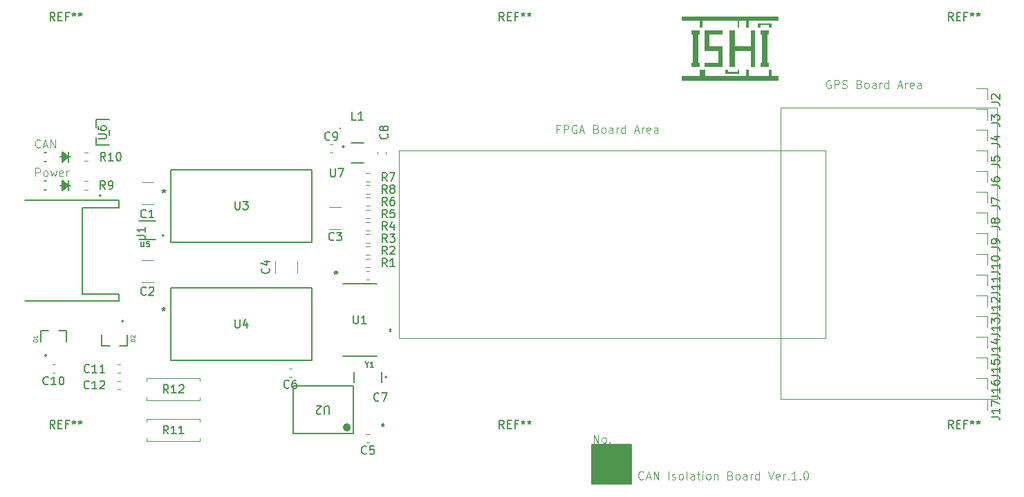
<source format=gbr>
%TF.GenerationSoftware,KiCad,Pcbnew,9.0.4*%
%TF.CreationDate,2025-09-08T19:15:53+09:00*%
%TF.ProjectId,CAN_Isolation,43414e5f-4973-46f6-9c61-74696f6e2e6b,Ver.1.0*%
%TF.SameCoordinates,Original*%
%TF.FileFunction,Legend,Top*%
%TF.FilePolarity,Positive*%
%FSLAX46Y46*%
G04 Gerber Fmt 4.6, Leading zero omitted, Abs format (unit mm)*
G04 Created by KiCad (PCBNEW 9.0.4) date 2025-09-08 19:15:53*
%MOMM*%
%LPD*%
G01*
G04 APERTURE LIST*
%ADD10C,0.100000*%
%ADD11C,0.150000*%
%ADD12C,0.120000*%
%ADD13C,0.500000*%
%ADD14C,0.250000*%
%ADD15C,0.000000*%
%ADD16C,0.127000*%
%ADD17C,0.200000*%
%ADD18C,0.152400*%
G04 APERTURE END LIST*
D10*
X164375312Y-125277180D02*
X164327693Y-125324800D01*
X164327693Y-125324800D02*
X164184836Y-125372419D01*
X164184836Y-125372419D02*
X164089598Y-125372419D01*
X164089598Y-125372419D02*
X163946741Y-125324800D01*
X163946741Y-125324800D02*
X163851503Y-125229561D01*
X163851503Y-125229561D02*
X163803884Y-125134323D01*
X163803884Y-125134323D02*
X163756265Y-124943847D01*
X163756265Y-124943847D02*
X163756265Y-124800990D01*
X163756265Y-124800990D02*
X163803884Y-124610514D01*
X163803884Y-124610514D02*
X163851503Y-124515276D01*
X163851503Y-124515276D02*
X163946741Y-124420038D01*
X163946741Y-124420038D02*
X164089598Y-124372419D01*
X164089598Y-124372419D02*
X164184836Y-124372419D01*
X164184836Y-124372419D02*
X164327693Y-124420038D01*
X164327693Y-124420038D02*
X164375312Y-124467657D01*
X164756265Y-125086704D02*
X165232455Y-125086704D01*
X164661027Y-125372419D02*
X164994360Y-124372419D01*
X164994360Y-124372419D02*
X165327693Y-125372419D01*
X165661027Y-125372419D02*
X165661027Y-124372419D01*
X165661027Y-124372419D02*
X166232455Y-125372419D01*
X166232455Y-125372419D02*
X166232455Y-124372419D01*
X167470551Y-125372419D02*
X167470551Y-124372419D01*
X167899122Y-125324800D02*
X167994360Y-125372419D01*
X167994360Y-125372419D02*
X168184836Y-125372419D01*
X168184836Y-125372419D02*
X168280074Y-125324800D01*
X168280074Y-125324800D02*
X168327693Y-125229561D01*
X168327693Y-125229561D02*
X168327693Y-125181942D01*
X168327693Y-125181942D02*
X168280074Y-125086704D01*
X168280074Y-125086704D02*
X168184836Y-125039085D01*
X168184836Y-125039085D02*
X168041979Y-125039085D01*
X168041979Y-125039085D02*
X167946741Y-124991466D01*
X167946741Y-124991466D02*
X167899122Y-124896228D01*
X167899122Y-124896228D02*
X167899122Y-124848609D01*
X167899122Y-124848609D02*
X167946741Y-124753371D01*
X167946741Y-124753371D02*
X168041979Y-124705752D01*
X168041979Y-124705752D02*
X168184836Y-124705752D01*
X168184836Y-124705752D02*
X168280074Y-124753371D01*
X168899122Y-125372419D02*
X168803884Y-125324800D01*
X168803884Y-125324800D02*
X168756265Y-125277180D01*
X168756265Y-125277180D02*
X168708646Y-125181942D01*
X168708646Y-125181942D02*
X168708646Y-124896228D01*
X168708646Y-124896228D02*
X168756265Y-124800990D01*
X168756265Y-124800990D02*
X168803884Y-124753371D01*
X168803884Y-124753371D02*
X168899122Y-124705752D01*
X168899122Y-124705752D02*
X169041979Y-124705752D01*
X169041979Y-124705752D02*
X169137217Y-124753371D01*
X169137217Y-124753371D02*
X169184836Y-124800990D01*
X169184836Y-124800990D02*
X169232455Y-124896228D01*
X169232455Y-124896228D02*
X169232455Y-125181942D01*
X169232455Y-125181942D02*
X169184836Y-125277180D01*
X169184836Y-125277180D02*
X169137217Y-125324800D01*
X169137217Y-125324800D02*
X169041979Y-125372419D01*
X169041979Y-125372419D02*
X168899122Y-125372419D01*
X169803884Y-125372419D02*
X169708646Y-125324800D01*
X169708646Y-125324800D02*
X169661027Y-125229561D01*
X169661027Y-125229561D02*
X169661027Y-124372419D01*
X170613408Y-125372419D02*
X170613408Y-124848609D01*
X170613408Y-124848609D02*
X170565789Y-124753371D01*
X170565789Y-124753371D02*
X170470551Y-124705752D01*
X170470551Y-124705752D02*
X170280075Y-124705752D01*
X170280075Y-124705752D02*
X170184837Y-124753371D01*
X170613408Y-125324800D02*
X170518170Y-125372419D01*
X170518170Y-125372419D02*
X170280075Y-125372419D01*
X170280075Y-125372419D02*
X170184837Y-125324800D01*
X170184837Y-125324800D02*
X170137218Y-125229561D01*
X170137218Y-125229561D02*
X170137218Y-125134323D01*
X170137218Y-125134323D02*
X170184837Y-125039085D01*
X170184837Y-125039085D02*
X170280075Y-124991466D01*
X170280075Y-124991466D02*
X170518170Y-124991466D01*
X170518170Y-124991466D02*
X170613408Y-124943847D01*
X170946742Y-124705752D02*
X171327694Y-124705752D01*
X171089599Y-124372419D02*
X171089599Y-125229561D01*
X171089599Y-125229561D02*
X171137218Y-125324800D01*
X171137218Y-125324800D02*
X171232456Y-125372419D01*
X171232456Y-125372419D02*
X171327694Y-125372419D01*
X171661028Y-125372419D02*
X171661028Y-124705752D01*
X171661028Y-124372419D02*
X171613409Y-124420038D01*
X171613409Y-124420038D02*
X171661028Y-124467657D01*
X171661028Y-124467657D02*
X171708647Y-124420038D01*
X171708647Y-124420038D02*
X171661028Y-124372419D01*
X171661028Y-124372419D02*
X171661028Y-124467657D01*
X172280075Y-125372419D02*
X172184837Y-125324800D01*
X172184837Y-125324800D02*
X172137218Y-125277180D01*
X172137218Y-125277180D02*
X172089599Y-125181942D01*
X172089599Y-125181942D02*
X172089599Y-124896228D01*
X172089599Y-124896228D02*
X172137218Y-124800990D01*
X172137218Y-124800990D02*
X172184837Y-124753371D01*
X172184837Y-124753371D02*
X172280075Y-124705752D01*
X172280075Y-124705752D02*
X172422932Y-124705752D01*
X172422932Y-124705752D02*
X172518170Y-124753371D01*
X172518170Y-124753371D02*
X172565789Y-124800990D01*
X172565789Y-124800990D02*
X172613408Y-124896228D01*
X172613408Y-124896228D02*
X172613408Y-125181942D01*
X172613408Y-125181942D02*
X172565789Y-125277180D01*
X172565789Y-125277180D02*
X172518170Y-125324800D01*
X172518170Y-125324800D02*
X172422932Y-125372419D01*
X172422932Y-125372419D02*
X172280075Y-125372419D01*
X173041980Y-124705752D02*
X173041980Y-125372419D01*
X173041980Y-124800990D02*
X173089599Y-124753371D01*
X173089599Y-124753371D02*
X173184837Y-124705752D01*
X173184837Y-124705752D02*
X173327694Y-124705752D01*
X173327694Y-124705752D02*
X173422932Y-124753371D01*
X173422932Y-124753371D02*
X173470551Y-124848609D01*
X173470551Y-124848609D02*
X173470551Y-125372419D01*
X175041980Y-124848609D02*
X175184837Y-124896228D01*
X175184837Y-124896228D02*
X175232456Y-124943847D01*
X175232456Y-124943847D02*
X175280075Y-125039085D01*
X175280075Y-125039085D02*
X175280075Y-125181942D01*
X175280075Y-125181942D02*
X175232456Y-125277180D01*
X175232456Y-125277180D02*
X175184837Y-125324800D01*
X175184837Y-125324800D02*
X175089599Y-125372419D01*
X175089599Y-125372419D02*
X174708647Y-125372419D01*
X174708647Y-125372419D02*
X174708647Y-124372419D01*
X174708647Y-124372419D02*
X175041980Y-124372419D01*
X175041980Y-124372419D02*
X175137218Y-124420038D01*
X175137218Y-124420038D02*
X175184837Y-124467657D01*
X175184837Y-124467657D02*
X175232456Y-124562895D01*
X175232456Y-124562895D02*
X175232456Y-124658133D01*
X175232456Y-124658133D02*
X175184837Y-124753371D01*
X175184837Y-124753371D02*
X175137218Y-124800990D01*
X175137218Y-124800990D02*
X175041980Y-124848609D01*
X175041980Y-124848609D02*
X174708647Y-124848609D01*
X175851504Y-125372419D02*
X175756266Y-125324800D01*
X175756266Y-125324800D02*
X175708647Y-125277180D01*
X175708647Y-125277180D02*
X175661028Y-125181942D01*
X175661028Y-125181942D02*
X175661028Y-124896228D01*
X175661028Y-124896228D02*
X175708647Y-124800990D01*
X175708647Y-124800990D02*
X175756266Y-124753371D01*
X175756266Y-124753371D02*
X175851504Y-124705752D01*
X175851504Y-124705752D02*
X175994361Y-124705752D01*
X175994361Y-124705752D02*
X176089599Y-124753371D01*
X176089599Y-124753371D02*
X176137218Y-124800990D01*
X176137218Y-124800990D02*
X176184837Y-124896228D01*
X176184837Y-124896228D02*
X176184837Y-125181942D01*
X176184837Y-125181942D02*
X176137218Y-125277180D01*
X176137218Y-125277180D02*
X176089599Y-125324800D01*
X176089599Y-125324800D02*
X175994361Y-125372419D01*
X175994361Y-125372419D02*
X175851504Y-125372419D01*
X177041980Y-125372419D02*
X177041980Y-124848609D01*
X177041980Y-124848609D02*
X176994361Y-124753371D01*
X176994361Y-124753371D02*
X176899123Y-124705752D01*
X176899123Y-124705752D02*
X176708647Y-124705752D01*
X176708647Y-124705752D02*
X176613409Y-124753371D01*
X177041980Y-125324800D02*
X176946742Y-125372419D01*
X176946742Y-125372419D02*
X176708647Y-125372419D01*
X176708647Y-125372419D02*
X176613409Y-125324800D01*
X176613409Y-125324800D02*
X176565790Y-125229561D01*
X176565790Y-125229561D02*
X176565790Y-125134323D01*
X176565790Y-125134323D02*
X176613409Y-125039085D01*
X176613409Y-125039085D02*
X176708647Y-124991466D01*
X176708647Y-124991466D02*
X176946742Y-124991466D01*
X176946742Y-124991466D02*
X177041980Y-124943847D01*
X177518171Y-125372419D02*
X177518171Y-124705752D01*
X177518171Y-124896228D02*
X177565790Y-124800990D01*
X177565790Y-124800990D02*
X177613409Y-124753371D01*
X177613409Y-124753371D02*
X177708647Y-124705752D01*
X177708647Y-124705752D02*
X177803885Y-124705752D01*
X178565790Y-125372419D02*
X178565790Y-124372419D01*
X178565790Y-125324800D02*
X178470552Y-125372419D01*
X178470552Y-125372419D02*
X178280076Y-125372419D01*
X178280076Y-125372419D02*
X178184838Y-125324800D01*
X178184838Y-125324800D02*
X178137219Y-125277180D01*
X178137219Y-125277180D02*
X178089600Y-125181942D01*
X178089600Y-125181942D02*
X178089600Y-124896228D01*
X178089600Y-124896228D02*
X178137219Y-124800990D01*
X178137219Y-124800990D02*
X178184838Y-124753371D01*
X178184838Y-124753371D02*
X178280076Y-124705752D01*
X178280076Y-124705752D02*
X178470552Y-124705752D01*
X178470552Y-124705752D02*
X178565790Y-124753371D01*
X179661029Y-124372419D02*
X179994362Y-125372419D01*
X179994362Y-125372419D02*
X180327695Y-124372419D01*
X181041981Y-125324800D02*
X180946743Y-125372419D01*
X180946743Y-125372419D02*
X180756267Y-125372419D01*
X180756267Y-125372419D02*
X180661029Y-125324800D01*
X180661029Y-125324800D02*
X180613410Y-125229561D01*
X180613410Y-125229561D02*
X180613410Y-124848609D01*
X180613410Y-124848609D02*
X180661029Y-124753371D01*
X180661029Y-124753371D02*
X180756267Y-124705752D01*
X180756267Y-124705752D02*
X180946743Y-124705752D01*
X180946743Y-124705752D02*
X181041981Y-124753371D01*
X181041981Y-124753371D02*
X181089600Y-124848609D01*
X181089600Y-124848609D02*
X181089600Y-124943847D01*
X181089600Y-124943847D02*
X180613410Y-125039085D01*
X181518172Y-125372419D02*
X181518172Y-124705752D01*
X181518172Y-124896228D02*
X181565791Y-124800990D01*
X181565791Y-124800990D02*
X181613410Y-124753371D01*
X181613410Y-124753371D02*
X181708648Y-124705752D01*
X181708648Y-124705752D02*
X181803886Y-124705752D01*
X182137220Y-125277180D02*
X182184839Y-125324800D01*
X182184839Y-125324800D02*
X182137220Y-125372419D01*
X182137220Y-125372419D02*
X182089601Y-125324800D01*
X182089601Y-125324800D02*
X182137220Y-125277180D01*
X182137220Y-125277180D02*
X182137220Y-125372419D01*
X183137219Y-125372419D02*
X182565791Y-125372419D01*
X182851505Y-125372419D02*
X182851505Y-124372419D01*
X182851505Y-124372419D02*
X182756267Y-124515276D01*
X182756267Y-124515276D02*
X182661029Y-124610514D01*
X182661029Y-124610514D02*
X182565791Y-124658133D01*
X183565791Y-125277180D02*
X183613410Y-125324800D01*
X183613410Y-125324800D02*
X183565791Y-125372419D01*
X183565791Y-125372419D02*
X183518172Y-125324800D01*
X183518172Y-125324800D02*
X183565791Y-125277180D01*
X183565791Y-125277180D02*
X183565791Y-125372419D01*
X184232457Y-124372419D02*
X184327695Y-124372419D01*
X184327695Y-124372419D02*
X184422933Y-124420038D01*
X184422933Y-124420038D02*
X184470552Y-124467657D01*
X184470552Y-124467657D02*
X184518171Y-124562895D01*
X184518171Y-124562895D02*
X184565790Y-124753371D01*
X184565790Y-124753371D02*
X184565790Y-124991466D01*
X184565790Y-124991466D02*
X184518171Y-125181942D01*
X184518171Y-125181942D02*
X184470552Y-125277180D01*
X184470552Y-125277180D02*
X184422933Y-125324800D01*
X184422933Y-125324800D02*
X184327695Y-125372419D01*
X184327695Y-125372419D02*
X184232457Y-125372419D01*
X184232457Y-125372419D02*
X184137219Y-125324800D01*
X184137219Y-125324800D02*
X184089600Y-125277180D01*
X184089600Y-125277180D02*
X184041981Y-125181942D01*
X184041981Y-125181942D02*
X183994362Y-124991466D01*
X183994362Y-124991466D02*
X183994362Y-124753371D01*
X183994362Y-124753371D02*
X184041981Y-124562895D01*
X184041981Y-124562895D02*
X184089600Y-124467657D01*
X184089600Y-124467657D02*
X184137219Y-124420038D01*
X184137219Y-124420038D02*
X184232457Y-124372419D01*
X158303884Y-120872419D02*
X158303884Y-119872419D01*
X158303884Y-119872419D02*
X158875312Y-120872419D01*
X158875312Y-120872419D02*
X158875312Y-119872419D01*
X159494360Y-120872419D02*
X159399122Y-120824800D01*
X159399122Y-120824800D02*
X159351503Y-120777180D01*
X159351503Y-120777180D02*
X159303884Y-120681942D01*
X159303884Y-120681942D02*
X159303884Y-120396228D01*
X159303884Y-120396228D02*
X159351503Y-120300990D01*
X159351503Y-120300990D02*
X159399122Y-120253371D01*
X159399122Y-120253371D02*
X159494360Y-120205752D01*
X159494360Y-120205752D02*
X159637217Y-120205752D01*
X159637217Y-120205752D02*
X159732455Y-120253371D01*
X159732455Y-120253371D02*
X159780074Y-120300990D01*
X159780074Y-120300990D02*
X159827693Y-120396228D01*
X159827693Y-120396228D02*
X159827693Y-120681942D01*
X159827693Y-120681942D02*
X159780074Y-120777180D01*
X159780074Y-120777180D02*
X159732455Y-120824800D01*
X159732455Y-120824800D02*
X159637217Y-120872419D01*
X159637217Y-120872419D02*
X159494360Y-120872419D01*
X160256265Y-120777180D02*
X160303884Y-120824800D01*
X160303884Y-120824800D02*
X160256265Y-120872419D01*
X160256265Y-120872419D02*
X160208646Y-120824800D01*
X160208646Y-120824800D02*
X160256265Y-120777180D01*
X160256265Y-120777180D02*
X160256265Y-120872419D01*
X181157095Y-79794905D02*
X207657095Y-79794905D01*
X207657095Y-115494905D01*
X181157095Y-115494905D01*
X181157095Y-79794905D01*
X134500000Y-85000000D02*
X186657095Y-85000000D01*
X186657095Y-108000000D01*
X134500000Y-108000000D01*
X134500000Y-85000000D01*
X187327693Y-76420038D02*
X187232455Y-76372419D01*
X187232455Y-76372419D02*
X187089598Y-76372419D01*
X187089598Y-76372419D02*
X186946741Y-76420038D01*
X186946741Y-76420038D02*
X186851503Y-76515276D01*
X186851503Y-76515276D02*
X186803884Y-76610514D01*
X186803884Y-76610514D02*
X186756265Y-76800990D01*
X186756265Y-76800990D02*
X186756265Y-76943847D01*
X186756265Y-76943847D02*
X186803884Y-77134323D01*
X186803884Y-77134323D02*
X186851503Y-77229561D01*
X186851503Y-77229561D02*
X186946741Y-77324800D01*
X186946741Y-77324800D02*
X187089598Y-77372419D01*
X187089598Y-77372419D02*
X187184836Y-77372419D01*
X187184836Y-77372419D02*
X187327693Y-77324800D01*
X187327693Y-77324800D02*
X187375312Y-77277180D01*
X187375312Y-77277180D02*
X187375312Y-76943847D01*
X187375312Y-76943847D02*
X187184836Y-76943847D01*
X187803884Y-77372419D02*
X187803884Y-76372419D01*
X187803884Y-76372419D02*
X188184836Y-76372419D01*
X188184836Y-76372419D02*
X188280074Y-76420038D01*
X188280074Y-76420038D02*
X188327693Y-76467657D01*
X188327693Y-76467657D02*
X188375312Y-76562895D01*
X188375312Y-76562895D02*
X188375312Y-76705752D01*
X188375312Y-76705752D02*
X188327693Y-76800990D01*
X188327693Y-76800990D02*
X188280074Y-76848609D01*
X188280074Y-76848609D02*
X188184836Y-76896228D01*
X188184836Y-76896228D02*
X187803884Y-76896228D01*
X188756265Y-77324800D02*
X188899122Y-77372419D01*
X188899122Y-77372419D02*
X189137217Y-77372419D01*
X189137217Y-77372419D02*
X189232455Y-77324800D01*
X189232455Y-77324800D02*
X189280074Y-77277180D01*
X189280074Y-77277180D02*
X189327693Y-77181942D01*
X189327693Y-77181942D02*
X189327693Y-77086704D01*
X189327693Y-77086704D02*
X189280074Y-76991466D01*
X189280074Y-76991466D02*
X189232455Y-76943847D01*
X189232455Y-76943847D02*
X189137217Y-76896228D01*
X189137217Y-76896228D02*
X188946741Y-76848609D01*
X188946741Y-76848609D02*
X188851503Y-76800990D01*
X188851503Y-76800990D02*
X188803884Y-76753371D01*
X188803884Y-76753371D02*
X188756265Y-76658133D01*
X188756265Y-76658133D02*
X188756265Y-76562895D01*
X188756265Y-76562895D02*
X188803884Y-76467657D01*
X188803884Y-76467657D02*
X188851503Y-76420038D01*
X188851503Y-76420038D02*
X188946741Y-76372419D01*
X188946741Y-76372419D02*
X189184836Y-76372419D01*
X189184836Y-76372419D02*
X189327693Y-76420038D01*
X190851503Y-76848609D02*
X190994360Y-76896228D01*
X190994360Y-76896228D02*
X191041979Y-76943847D01*
X191041979Y-76943847D02*
X191089598Y-77039085D01*
X191089598Y-77039085D02*
X191089598Y-77181942D01*
X191089598Y-77181942D02*
X191041979Y-77277180D01*
X191041979Y-77277180D02*
X190994360Y-77324800D01*
X190994360Y-77324800D02*
X190899122Y-77372419D01*
X190899122Y-77372419D02*
X190518170Y-77372419D01*
X190518170Y-77372419D02*
X190518170Y-76372419D01*
X190518170Y-76372419D02*
X190851503Y-76372419D01*
X190851503Y-76372419D02*
X190946741Y-76420038D01*
X190946741Y-76420038D02*
X190994360Y-76467657D01*
X190994360Y-76467657D02*
X191041979Y-76562895D01*
X191041979Y-76562895D02*
X191041979Y-76658133D01*
X191041979Y-76658133D02*
X190994360Y-76753371D01*
X190994360Y-76753371D02*
X190946741Y-76800990D01*
X190946741Y-76800990D02*
X190851503Y-76848609D01*
X190851503Y-76848609D02*
X190518170Y-76848609D01*
X191661027Y-77372419D02*
X191565789Y-77324800D01*
X191565789Y-77324800D02*
X191518170Y-77277180D01*
X191518170Y-77277180D02*
X191470551Y-77181942D01*
X191470551Y-77181942D02*
X191470551Y-76896228D01*
X191470551Y-76896228D02*
X191518170Y-76800990D01*
X191518170Y-76800990D02*
X191565789Y-76753371D01*
X191565789Y-76753371D02*
X191661027Y-76705752D01*
X191661027Y-76705752D02*
X191803884Y-76705752D01*
X191803884Y-76705752D02*
X191899122Y-76753371D01*
X191899122Y-76753371D02*
X191946741Y-76800990D01*
X191946741Y-76800990D02*
X191994360Y-76896228D01*
X191994360Y-76896228D02*
X191994360Y-77181942D01*
X191994360Y-77181942D02*
X191946741Y-77277180D01*
X191946741Y-77277180D02*
X191899122Y-77324800D01*
X191899122Y-77324800D02*
X191803884Y-77372419D01*
X191803884Y-77372419D02*
X191661027Y-77372419D01*
X192851503Y-77372419D02*
X192851503Y-76848609D01*
X192851503Y-76848609D02*
X192803884Y-76753371D01*
X192803884Y-76753371D02*
X192708646Y-76705752D01*
X192708646Y-76705752D02*
X192518170Y-76705752D01*
X192518170Y-76705752D02*
X192422932Y-76753371D01*
X192851503Y-77324800D02*
X192756265Y-77372419D01*
X192756265Y-77372419D02*
X192518170Y-77372419D01*
X192518170Y-77372419D02*
X192422932Y-77324800D01*
X192422932Y-77324800D02*
X192375313Y-77229561D01*
X192375313Y-77229561D02*
X192375313Y-77134323D01*
X192375313Y-77134323D02*
X192422932Y-77039085D01*
X192422932Y-77039085D02*
X192518170Y-76991466D01*
X192518170Y-76991466D02*
X192756265Y-76991466D01*
X192756265Y-76991466D02*
X192851503Y-76943847D01*
X193327694Y-77372419D02*
X193327694Y-76705752D01*
X193327694Y-76896228D02*
X193375313Y-76800990D01*
X193375313Y-76800990D02*
X193422932Y-76753371D01*
X193422932Y-76753371D02*
X193518170Y-76705752D01*
X193518170Y-76705752D02*
X193613408Y-76705752D01*
X194375313Y-77372419D02*
X194375313Y-76372419D01*
X194375313Y-77324800D02*
X194280075Y-77372419D01*
X194280075Y-77372419D02*
X194089599Y-77372419D01*
X194089599Y-77372419D02*
X193994361Y-77324800D01*
X193994361Y-77324800D02*
X193946742Y-77277180D01*
X193946742Y-77277180D02*
X193899123Y-77181942D01*
X193899123Y-77181942D02*
X193899123Y-76896228D01*
X193899123Y-76896228D02*
X193946742Y-76800990D01*
X193946742Y-76800990D02*
X193994361Y-76753371D01*
X193994361Y-76753371D02*
X194089599Y-76705752D01*
X194089599Y-76705752D02*
X194280075Y-76705752D01*
X194280075Y-76705752D02*
X194375313Y-76753371D01*
X195565790Y-77086704D02*
X196041980Y-77086704D01*
X195470552Y-77372419D02*
X195803885Y-76372419D01*
X195803885Y-76372419D02*
X196137218Y-77372419D01*
X196470552Y-77372419D02*
X196470552Y-76705752D01*
X196470552Y-76896228D02*
X196518171Y-76800990D01*
X196518171Y-76800990D02*
X196565790Y-76753371D01*
X196565790Y-76753371D02*
X196661028Y-76705752D01*
X196661028Y-76705752D02*
X196756266Y-76705752D01*
X197470552Y-77324800D02*
X197375314Y-77372419D01*
X197375314Y-77372419D02*
X197184838Y-77372419D01*
X197184838Y-77372419D02*
X197089600Y-77324800D01*
X197089600Y-77324800D02*
X197041981Y-77229561D01*
X197041981Y-77229561D02*
X197041981Y-76848609D01*
X197041981Y-76848609D02*
X197089600Y-76753371D01*
X197089600Y-76753371D02*
X197184838Y-76705752D01*
X197184838Y-76705752D02*
X197375314Y-76705752D01*
X197375314Y-76705752D02*
X197470552Y-76753371D01*
X197470552Y-76753371D02*
X197518171Y-76848609D01*
X197518171Y-76848609D02*
X197518171Y-76943847D01*
X197518171Y-76943847D02*
X197041981Y-77039085D01*
X198375314Y-77372419D02*
X198375314Y-76848609D01*
X198375314Y-76848609D02*
X198327695Y-76753371D01*
X198327695Y-76753371D02*
X198232457Y-76705752D01*
X198232457Y-76705752D02*
X198041981Y-76705752D01*
X198041981Y-76705752D02*
X197946743Y-76753371D01*
X198375314Y-77324800D02*
X198280076Y-77372419D01*
X198280076Y-77372419D02*
X198041981Y-77372419D01*
X198041981Y-77372419D02*
X197946743Y-77324800D01*
X197946743Y-77324800D02*
X197899124Y-77229561D01*
X197899124Y-77229561D02*
X197899124Y-77134323D01*
X197899124Y-77134323D02*
X197946743Y-77039085D01*
X197946743Y-77039085D02*
X198041981Y-76991466D01*
X198041981Y-76991466D02*
X198280076Y-76991466D01*
X198280076Y-76991466D02*
X198375314Y-76943847D01*
X90532407Y-84572085D02*
X90484788Y-84619705D01*
X90484788Y-84619705D02*
X90341931Y-84667324D01*
X90341931Y-84667324D02*
X90246693Y-84667324D01*
X90246693Y-84667324D02*
X90103836Y-84619705D01*
X90103836Y-84619705D02*
X90008598Y-84524466D01*
X90008598Y-84524466D02*
X89960979Y-84429228D01*
X89960979Y-84429228D02*
X89913360Y-84238752D01*
X89913360Y-84238752D02*
X89913360Y-84095895D01*
X89913360Y-84095895D02*
X89960979Y-83905419D01*
X89960979Y-83905419D02*
X90008598Y-83810181D01*
X90008598Y-83810181D02*
X90103836Y-83714943D01*
X90103836Y-83714943D02*
X90246693Y-83667324D01*
X90246693Y-83667324D02*
X90341931Y-83667324D01*
X90341931Y-83667324D02*
X90484788Y-83714943D01*
X90484788Y-83714943D02*
X90532407Y-83762562D01*
X90913360Y-84381609D02*
X91389550Y-84381609D01*
X90818122Y-84667324D02*
X91151455Y-83667324D01*
X91151455Y-83667324D02*
X91484788Y-84667324D01*
X91818122Y-84667324D02*
X91818122Y-83667324D01*
X91818122Y-83667324D02*
X92389550Y-84667324D01*
X92389550Y-84667324D02*
X92389550Y-83667324D01*
X89960979Y-88167324D02*
X89960979Y-87167324D01*
X89960979Y-87167324D02*
X90341931Y-87167324D01*
X90341931Y-87167324D02*
X90437169Y-87214943D01*
X90437169Y-87214943D02*
X90484788Y-87262562D01*
X90484788Y-87262562D02*
X90532407Y-87357800D01*
X90532407Y-87357800D02*
X90532407Y-87500657D01*
X90532407Y-87500657D02*
X90484788Y-87595895D01*
X90484788Y-87595895D02*
X90437169Y-87643514D01*
X90437169Y-87643514D02*
X90341931Y-87691133D01*
X90341931Y-87691133D02*
X89960979Y-87691133D01*
X91103836Y-88167324D02*
X91008598Y-88119705D01*
X91008598Y-88119705D02*
X90960979Y-88072085D01*
X90960979Y-88072085D02*
X90913360Y-87976847D01*
X90913360Y-87976847D02*
X90913360Y-87691133D01*
X90913360Y-87691133D02*
X90960979Y-87595895D01*
X90960979Y-87595895D02*
X91008598Y-87548276D01*
X91008598Y-87548276D02*
X91103836Y-87500657D01*
X91103836Y-87500657D02*
X91246693Y-87500657D01*
X91246693Y-87500657D02*
X91341931Y-87548276D01*
X91341931Y-87548276D02*
X91389550Y-87595895D01*
X91389550Y-87595895D02*
X91437169Y-87691133D01*
X91437169Y-87691133D02*
X91437169Y-87976847D01*
X91437169Y-87976847D02*
X91389550Y-88072085D01*
X91389550Y-88072085D02*
X91341931Y-88119705D01*
X91341931Y-88119705D02*
X91246693Y-88167324D01*
X91246693Y-88167324D02*
X91103836Y-88167324D01*
X91770503Y-87500657D02*
X91960979Y-88167324D01*
X91960979Y-88167324D02*
X92151455Y-87691133D01*
X92151455Y-87691133D02*
X92341931Y-88167324D01*
X92341931Y-88167324D02*
X92532407Y-87500657D01*
X93294312Y-88119705D02*
X93199074Y-88167324D01*
X93199074Y-88167324D02*
X93008598Y-88167324D01*
X93008598Y-88167324D02*
X92913360Y-88119705D01*
X92913360Y-88119705D02*
X92865741Y-88024466D01*
X92865741Y-88024466D02*
X92865741Y-87643514D01*
X92865741Y-87643514D02*
X92913360Y-87548276D01*
X92913360Y-87548276D02*
X93008598Y-87500657D01*
X93008598Y-87500657D02*
X93199074Y-87500657D01*
X93199074Y-87500657D02*
X93294312Y-87548276D01*
X93294312Y-87548276D02*
X93341931Y-87643514D01*
X93341931Y-87643514D02*
X93341931Y-87738752D01*
X93341931Y-87738752D02*
X92865741Y-87833990D01*
X93770503Y-88167324D02*
X93770503Y-87500657D01*
X93770503Y-87691133D02*
X93818122Y-87595895D01*
X93818122Y-87595895D02*
X93865741Y-87548276D01*
X93865741Y-87548276D02*
X93960979Y-87500657D01*
X93960979Y-87500657D02*
X94056217Y-87500657D01*
X154137217Y-82348609D02*
X153803884Y-82348609D01*
X153803884Y-82872419D02*
X153803884Y-81872419D01*
X153803884Y-81872419D02*
X154280074Y-81872419D01*
X154661027Y-82872419D02*
X154661027Y-81872419D01*
X154661027Y-81872419D02*
X155041979Y-81872419D01*
X155041979Y-81872419D02*
X155137217Y-81920038D01*
X155137217Y-81920038D02*
X155184836Y-81967657D01*
X155184836Y-81967657D02*
X155232455Y-82062895D01*
X155232455Y-82062895D02*
X155232455Y-82205752D01*
X155232455Y-82205752D02*
X155184836Y-82300990D01*
X155184836Y-82300990D02*
X155137217Y-82348609D01*
X155137217Y-82348609D02*
X155041979Y-82396228D01*
X155041979Y-82396228D02*
X154661027Y-82396228D01*
X156184836Y-81920038D02*
X156089598Y-81872419D01*
X156089598Y-81872419D02*
X155946741Y-81872419D01*
X155946741Y-81872419D02*
X155803884Y-81920038D01*
X155803884Y-81920038D02*
X155708646Y-82015276D01*
X155708646Y-82015276D02*
X155661027Y-82110514D01*
X155661027Y-82110514D02*
X155613408Y-82300990D01*
X155613408Y-82300990D02*
X155613408Y-82443847D01*
X155613408Y-82443847D02*
X155661027Y-82634323D01*
X155661027Y-82634323D02*
X155708646Y-82729561D01*
X155708646Y-82729561D02*
X155803884Y-82824800D01*
X155803884Y-82824800D02*
X155946741Y-82872419D01*
X155946741Y-82872419D02*
X156041979Y-82872419D01*
X156041979Y-82872419D02*
X156184836Y-82824800D01*
X156184836Y-82824800D02*
X156232455Y-82777180D01*
X156232455Y-82777180D02*
X156232455Y-82443847D01*
X156232455Y-82443847D02*
X156041979Y-82443847D01*
X156613408Y-82586704D02*
X157089598Y-82586704D01*
X156518170Y-82872419D02*
X156851503Y-81872419D01*
X156851503Y-81872419D02*
X157184836Y-82872419D01*
X158613408Y-82348609D02*
X158756265Y-82396228D01*
X158756265Y-82396228D02*
X158803884Y-82443847D01*
X158803884Y-82443847D02*
X158851503Y-82539085D01*
X158851503Y-82539085D02*
X158851503Y-82681942D01*
X158851503Y-82681942D02*
X158803884Y-82777180D01*
X158803884Y-82777180D02*
X158756265Y-82824800D01*
X158756265Y-82824800D02*
X158661027Y-82872419D01*
X158661027Y-82872419D02*
X158280075Y-82872419D01*
X158280075Y-82872419D02*
X158280075Y-81872419D01*
X158280075Y-81872419D02*
X158613408Y-81872419D01*
X158613408Y-81872419D02*
X158708646Y-81920038D01*
X158708646Y-81920038D02*
X158756265Y-81967657D01*
X158756265Y-81967657D02*
X158803884Y-82062895D01*
X158803884Y-82062895D02*
X158803884Y-82158133D01*
X158803884Y-82158133D02*
X158756265Y-82253371D01*
X158756265Y-82253371D02*
X158708646Y-82300990D01*
X158708646Y-82300990D02*
X158613408Y-82348609D01*
X158613408Y-82348609D02*
X158280075Y-82348609D01*
X159422932Y-82872419D02*
X159327694Y-82824800D01*
X159327694Y-82824800D02*
X159280075Y-82777180D01*
X159280075Y-82777180D02*
X159232456Y-82681942D01*
X159232456Y-82681942D02*
X159232456Y-82396228D01*
X159232456Y-82396228D02*
X159280075Y-82300990D01*
X159280075Y-82300990D02*
X159327694Y-82253371D01*
X159327694Y-82253371D02*
X159422932Y-82205752D01*
X159422932Y-82205752D02*
X159565789Y-82205752D01*
X159565789Y-82205752D02*
X159661027Y-82253371D01*
X159661027Y-82253371D02*
X159708646Y-82300990D01*
X159708646Y-82300990D02*
X159756265Y-82396228D01*
X159756265Y-82396228D02*
X159756265Y-82681942D01*
X159756265Y-82681942D02*
X159708646Y-82777180D01*
X159708646Y-82777180D02*
X159661027Y-82824800D01*
X159661027Y-82824800D02*
X159565789Y-82872419D01*
X159565789Y-82872419D02*
X159422932Y-82872419D01*
X160613408Y-82872419D02*
X160613408Y-82348609D01*
X160613408Y-82348609D02*
X160565789Y-82253371D01*
X160565789Y-82253371D02*
X160470551Y-82205752D01*
X160470551Y-82205752D02*
X160280075Y-82205752D01*
X160280075Y-82205752D02*
X160184837Y-82253371D01*
X160613408Y-82824800D02*
X160518170Y-82872419D01*
X160518170Y-82872419D02*
X160280075Y-82872419D01*
X160280075Y-82872419D02*
X160184837Y-82824800D01*
X160184837Y-82824800D02*
X160137218Y-82729561D01*
X160137218Y-82729561D02*
X160137218Y-82634323D01*
X160137218Y-82634323D02*
X160184837Y-82539085D01*
X160184837Y-82539085D02*
X160280075Y-82491466D01*
X160280075Y-82491466D02*
X160518170Y-82491466D01*
X160518170Y-82491466D02*
X160613408Y-82443847D01*
X161089599Y-82872419D02*
X161089599Y-82205752D01*
X161089599Y-82396228D02*
X161137218Y-82300990D01*
X161137218Y-82300990D02*
X161184837Y-82253371D01*
X161184837Y-82253371D02*
X161280075Y-82205752D01*
X161280075Y-82205752D02*
X161375313Y-82205752D01*
X162137218Y-82872419D02*
X162137218Y-81872419D01*
X162137218Y-82824800D02*
X162041980Y-82872419D01*
X162041980Y-82872419D02*
X161851504Y-82872419D01*
X161851504Y-82872419D02*
X161756266Y-82824800D01*
X161756266Y-82824800D02*
X161708647Y-82777180D01*
X161708647Y-82777180D02*
X161661028Y-82681942D01*
X161661028Y-82681942D02*
X161661028Y-82396228D01*
X161661028Y-82396228D02*
X161708647Y-82300990D01*
X161708647Y-82300990D02*
X161756266Y-82253371D01*
X161756266Y-82253371D02*
X161851504Y-82205752D01*
X161851504Y-82205752D02*
X162041980Y-82205752D01*
X162041980Y-82205752D02*
X162137218Y-82253371D01*
X163327695Y-82586704D02*
X163803885Y-82586704D01*
X163232457Y-82872419D02*
X163565790Y-81872419D01*
X163565790Y-81872419D02*
X163899123Y-82872419D01*
X164232457Y-82872419D02*
X164232457Y-82205752D01*
X164232457Y-82396228D02*
X164280076Y-82300990D01*
X164280076Y-82300990D02*
X164327695Y-82253371D01*
X164327695Y-82253371D02*
X164422933Y-82205752D01*
X164422933Y-82205752D02*
X164518171Y-82205752D01*
X165232457Y-82824800D02*
X165137219Y-82872419D01*
X165137219Y-82872419D02*
X164946743Y-82872419D01*
X164946743Y-82872419D02*
X164851505Y-82824800D01*
X164851505Y-82824800D02*
X164803886Y-82729561D01*
X164803886Y-82729561D02*
X164803886Y-82348609D01*
X164803886Y-82348609D02*
X164851505Y-82253371D01*
X164851505Y-82253371D02*
X164946743Y-82205752D01*
X164946743Y-82205752D02*
X165137219Y-82205752D01*
X165137219Y-82205752D02*
X165232457Y-82253371D01*
X165232457Y-82253371D02*
X165280076Y-82348609D01*
X165280076Y-82348609D02*
X165280076Y-82443847D01*
X165280076Y-82443847D02*
X164803886Y-82539085D01*
X166137219Y-82872419D02*
X166137219Y-82348609D01*
X166137219Y-82348609D02*
X166089600Y-82253371D01*
X166089600Y-82253371D02*
X165994362Y-82205752D01*
X165994362Y-82205752D02*
X165803886Y-82205752D01*
X165803886Y-82205752D02*
X165708648Y-82253371D01*
X166137219Y-82824800D02*
X166041981Y-82872419D01*
X166041981Y-82872419D02*
X165803886Y-82872419D01*
X165803886Y-82872419D02*
X165708648Y-82824800D01*
X165708648Y-82824800D02*
X165661029Y-82729561D01*
X165661029Y-82729561D02*
X165661029Y-82634323D01*
X165661029Y-82634323D02*
X165708648Y-82539085D01*
X165708648Y-82539085D02*
X165803886Y-82491466D01*
X165803886Y-82491466D02*
X166041981Y-82491466D01*
X166041981Y-82491466D02*
X166137219Y-82443847D01*
D11*
X131990428Y-115654485D02*
X131942809Y-115702105D01*
X131942809Y-115702105D02*
X131799952Y-115749724D01*
X131799952Y-115749724D02*
X131704714Y-115749724D01*
X131704714Y-115749724D02*
X131561857Y-115702105D01*
X131561857Y-115702105D02*
X131466619Y-115606866D01*
X131466619Y-115606866D02*
X131419000Y-115511628D01*
X131419000Y-115511628D02*
X131371381Y-115321152D01*
X131371381Y-115321152D02*
X131371381Y-115178295D01*
X131371381Y-115178295D02*
X131419000Y-114987819D01*
X131419000Y-114987819D02*
X131466619Y-114892581D01*
X131466619Y-114892581D02*
X131561857Y-114797343D01*
X131561857Y-114797343D02*
X131704714Y-114749724D01*
X131704714Y-114749724D02*
X131799952Y-114749724D01*
X131799952Y-114749724D02*
X131942809Y-114797343D01*
X131942809Y-114797343D02*
X131990428Y-114844962D01*
X132323762Y-114749724D02*
X132990428Y-114749724D01*
X132990428Y-114749724D02*
X132561857Y-115749724D01*
X98490428Y-89749724D02*
X98157095Y-89273533D01*
X97919000Y-89749724D02*
X97919000Y-88749724D01*
X97919000Y-88749724D02*
X98299952Y-88749724D01*
X98299952Y-88749724D02*
X98395190Y-88797343D01*
X98395190Y-88797343D02*
X98442809Y-88844962D01*
X98442809Y-88844962D02*
X98490428Y-88940200D01*
X98490428Y-88940200D02*
X98490428Y-89083057D01*
X98490428Y-89083057D02*
X98442809Y-89178295D01*
X98442809Y-89178295D02*
X98395190Y-89225914D01*
X98395190Y-89225914D02*
X98299952Y-89273533D01*
X98299952Y-89273533D02*
X97919000Y-89273533D01*
X98966619Y-89749724D02*
X99157095Y-89749724D01*
X99157095Y-89749724D02*
X99252333Y-89702105D01*
X99252333Y-89702105D02*
X99299952Y-89654485D01*
X99299952Y-89654485D02*
X99395190Y-89511628D01*
X99395190Y-89511628D02*
X99442809Y-89321152D01*
X99442809Y-89321152D02*
X99442809Y-88940200D01*
X99442809Y-88940200D02*
X99395190Y-88844962D01*
X99395190Y-88844962D02*
X99347571Y-88797343D01*
X99347571Y-88797343D02*
X99252333Y-88749724D01*
X99252333Y-88749724D02*
X99061857Y-88749724D01*
X99061857Y-88749724D02*
X98966619Y-88797343D01*
X98966619Y-88797343D02*
X98919000Y-88844962D01*
X98919000Y-88844962D02*
X98871381Y-88940200D01*
X98871381Y-88940200D02*
X98871381Y-89178295D01*
X98871381Y-89178295D02*
X98919000Y-89273533D01*
X98919000Y-89273533D02*
X98966619Y-89321152D01*
X98966619Y-89321152D02*
X99061857Y-89368771D01*
X99061857Y-89368771D02*
X99252333Y-89368771D01*
X99252333Y-89368771D02*
X99347571Y-89321152D01*
X99347571Y-89321152D02*
X99395190Y-89273533D01*
X99395190Y-89273533D02*
X99442809Y-89178295D01*
X147323761Y-69099724D02*
X146990428Y-68623533D01*
X146752333Y-69099724D02*
X146752333Y-68099724D01*
X146752333Y-68099724D02*
X147133285Y-68099724D01*
X147133285Y-68099724D02*
X147228523Y-68147343D01*
X147228523Y-68147343D02*
X147276142Y-68194962D01*
X147276142Y-68194962D02*
X147323761Y-68290200D01*
X147323761Y-68290200D02*
X147323761Y-68433057D01*
X147323761Y-68433057D02*
X147276142Y-68528295D01*
X147276142Y-68528295D02*
X147228523Y-68575914D01*
X147228523Y-68575914D02*
X147133285Y-68623533D01*
X147133285Y-68623533D02*
X146752333Y-68623533D01*
X147752333Y-68575914D02*
X148085666Y-68575914D01*
X148228523Y-69099724D02*
X147752333Y-69099724D01*
X147752333Y-69099724D02*
X147752333Y-68099724D01*
X147752333Y-68099724D02*
X148228523Y-68099724D01*
X148990428Y-68575914D02*
X148657095Y-68575914D01*
X148657095Y-69099724D02*
X148657095Y-68099724D01*
X148657095Y-68099724D02*
X149133285Y-68099724D01*
X149657095Y-68099724D02*
X149657095Y-68337819D01*
X149419000Y-68242581D02*
X149657095Y-68337819D01*
X149657095Y-68337819D02*
X149895190Y-68242581D01*
X149514238Y-68528295D02*
X149657095Y-68337819D01*
X149657095Y-68337819D02*
X149799952Y-68528295D01*
X150419000Y-68099724D02*
X150419000Y-68337819D01*
X150180905Y-68242581D02*
X150419000Y-68337819D01*
X150419000Y-68337819D02*
X150657095Y-68242581D01*
X150276143Y-68528295D02*
X150419000Y-68337819D01*
X150419000Y-68337819D02*
X150561857Y-68528295D01*
X125918999Y-117340085D02*
X125918999Y-116530562D01*
X125918999Y-116530562D02*
X125871380Y-116435324D01*
X125871380Y-116435324D02*
X125823761Y-116387705D01*
X125823761Y-116387705D02*
X125728523Y-116340085D01*
X125728523Y-116340085D02*
X125538047Y-116340085D01*
X125538047Y-116340085D02*
X125442809Y-116387705D01*
X125442809Y-116387705D02*
X125395190Y-116435324D01*
X125395190Y-116435324D02*
X125347571Y-116530562D01*
X125347571Y-116530562D02*
X125347571Y-117340085D01*
X124918999Y-117244847D02*
X124871380Y-117292466D01*
X124871380Y-117292466D02*
X124776142Y-117340085D01*
X124776142Y-117340085D02*
X124538047Y-117340085D01*
X124538047Y-117340085D02*
X124442809Y-117292466D01*
X124442809Y-117292466D02*
X124395190Y-117244847D01*
X124395190Y-117244847D02*
X124347571Y-117149609D01*
X124347571Y-117149609D02*
X124347571Y-117054371D01*
X124347571Y-117054371D02*
X124395190Y-116911514D01*
X124395190Y-116911514D02*
X124966618Y-116340085D01*
X124966618Y-116340085D02*
X124347571Y-116340085D01*
X206991914Y-89268238D02*
X207706199Y-89268238D01*
X207706199Y-89268238D02*
X207849056Y-89315857D01*
X207849056Y-89315857D02*
X207944295Y-89411095D01*
X207944295Y-89411095D02*
X207991914Y-89553952D01*
X207991914Y-89553952D02*
X207991914Y-89649190D01*
X206991914Y-88363476D02*
X206991914Y-88553952D01*
X206991914Y-88553952D02*
X207039533Y-88649190D01*
X207039533Y-88649190D02*
X207087152Y-88696809D01*
X207087152Y-88696809D02*
X207230009Y-88792047D01*
X207230009Y-88792047D02*
X207420485Y-88839666D01*
X207420485Y-88839666D02*
X207801437Y-88839666D01*
X207801437Y-88839666D02*
X207896675Y-88792047D01*
X207896675Y-88792047D02*
X207944295Y-88744428D01*
X207944295Y-88744428D02*
X207991914Y-88649190D01*
X207991914Y-88649190D02*
X207991914Y-88458714D01*
X207991914Y-88458714D02*
X207944295Y-88363476D01*
X207944295Y-88363476D02*
X207896675Y-88315857D01*
X207896675Y-88315857D02*
X207801437Y-88268238D01*
X207801437Y-88268238D02*
X207563342Y-88268238D01*
X207563342Y-88268238D02*
X207468104Y-88315857D01*
X207468104Y-88315857D02*
X207420485Y-88363476D01*
X207420485Y-88363476D02*
X207372866Y-88458714D01*
X207372866Y-88458714D02*
X207372866Y-88649190D01*
X207372866Y-88649190D02*
X207420485Y-88744428D01*
X207420485Y-88744428D02*
X207468104Y-88792047D01*
X207468104Y-88792047D02*
X207563342Y-88839666D01*
X92323761Y-119099724D02*
X91990428Y-118623533D01*
X91752333Y-119099724D02*
X91752333Y-118099724D01*
X91752333Y-118099724D02*
X92133285Y-118099724D01*
X92133285Y-118099724D02*
X92228523Y-118147343D01*
X92228523Y-118147343D02*
X92276142Y-118194962D01*
X92276142Y-118194962D02*
X92323761Y-118290200D01*
X92323761Y-118290200D02*
X92323761Y-118433057D01*
X92323761Y-118433057D02*
X92276142Y-118528295D01*
X92276142Y-118528295D02*
X92228523Y-118575914D01*
X92228523Y-118575914D02*
X92133285Y-118623533D01*
X92133285Y-118623533D02*
X91752333Y-118623533D01*
X92752333Y-118575914D02*
X93085666Y-118575914D01*
X93228523Y-119099724D02*
X92752333Y-119099724D01*
X92752333Y-119099724D02*
X92752333Y-118099724D01*
X92752333Y-118099724D02*
X93228523Y-118099724D01*
X93990428Y-118575914D02*
X93657095Y-118575914D01*
X93657095Y-119099724D02*
X93657095Y-118099724D01*
X93657095Y-118099724D02*
X94133285Y-118099724D01*
X94657095Y-118099724D02*
X94657095Y-118337819D01*
X94419000Y-118242581D02*
X94657095Y-118337819D01*
X94657095Y-118337819D02*
X94895190Y-118242581D01*
X94514238Y-118528295D02*
X94657095Y-118337819D01*
X94657095Y-118337819D02*
X94799952Y-118528295D01*
X95419000Y-118099724D02*
X95419000Y-118337819D01*
X95180905Y-118242581D02*
X95419000Y-118337819D01*
X95419000Y-118337819D02*
X95657095Y-118242581D01*
X95276143Y-118528295D02*
X95419000Y-118337819D01*
X95419000Y-118337819D02*
X95561857Y-118528295D01*
X206991914Y-81648238D02*
X207706199Y-81648238D01*
X207706199Y-81648238D02*
X207849056Y-81695857D01*
X207849056Y-81695857D02*
X207944295Y-81791095D01*
X207944295Y-81791095D02*
X207991914Y-81933952D01*
X207991914Y-81933952D02*
X207991914Y-82029190D01*
X206991914Y-81267285D02*
X206991914Y-80648238D01*
X206991914Y-80648238D02*
X207372866Y-80981571D01*
X207372866Y-80981571D02*
X207372866Y-80838714D01*
X207372866Y-80838714D02*
X207420485Y-80743476D01*
X207420485Y-80743476D02*
X207468104Y-80695857D01*
X207468104Y-80695857D02*
X207563342Y-80648238D01*
X207563342Y-80648238D02*
X207801437Y-80648238D01*
X207801437Y-80648238D02*
X207896675Y-80695857D01*
X207896675Y-80695857D02*
X207944295Y-80743476D01*
X207944295Y-80743476D02*
X207991914Y-80838714D01*
X207991914Y-80838714D02*
X207991914Y-81124428D01*
X207991914Y-81124428D02*
X207944295Y-81219666D01*
X207944295Y-81219666D02*
X207896675Y-81267285D01*
X102406914Y-95433238D02*
X103121199Y-95433238D01*
X103121199Y-95433238D02*
X103264056Y-95480857D01*
X103264056Y-95480857D02*
X103359295Y-95576095D01*
X103359295Y-95576095D02*
X103406914Y-95718952D01*
X103406914Y-95718952D02*
X103406914Y-95814190D01*
X103406914Y-94433238D02*
X103406914Y-95004666D01*
X103406914Y-94718952D02*
X102406914Y-94718952D01*
X102406914Y-94718952D02*
X102549771Y-94814190D01*
X102549771Y-94814190D02*
X102645009Y-94909428D01*
X102645009Y-94909428D02*
X102692628Y-95004666D01*
X91514237Y-113654485D02*
X91466618Y-113702105D01*
X91466618Y-113702105D02*
X91323761Y-113749724D01*
X91323761Y-113749724D02*
X91228523Y-113749724D01*
X91228523Y-113749724D02*
X91085666Y-113702105D01*
X91085666Y-113702105D02*
X90990428Y-113606866D01*
X90990428Y-113606866D02*
X90942809Y-113511628D01*
X90942809Y-113511628D02*
X90895190Y-113321152D01*
X90895190Y-113321152D02*
X90895190Y-113178295D01*
X90895190Y-113178295D02*
X90942809Y-112987819D01*
X90942809Y-112987819D02*
X90990428Y-112892581D01*
X90990428Y-112892581D02*
X91085666Y-112797343D01*
X91085666Y-112797343D02*
X91228523Y-112749724D01*
X91228523Y-112749724D02*
X91323761Y-112749724D01*
X91323761Y-112749724D02*
X91466618Y-112797343D01*
X91466618Y-112797343D02*
X91514237Y-112844962D01*
X92466618Y-113749724D02*
X91895190Y-113749724D01*
X92180904Y-113749724D02*
X92180904Y-112749724D01*
X92180904Y-112749724D02*
X92085666Y-112892581D01*
X92085666Y-112892581D02*
X91990428Y-112987819D01*
X91990428Y-112987819D02*
X91895190Y-113035438D01*
X93085666Y-112749724D02*
X93180904Y-112749724D01*
X93180904Y-112749724D02*
X93276142Y-112797343D01*
X93276142Y-112797343D02*
X93323761Y-112844962D01*
X93323761Y-112844962D02*
X93371380Y-112940200D01*
X93371380Y-112940200D02*
X93418999Y-113130676D01*
X93418999Y-113130676D02*
X93418999Y-113368771D01*
X93418999Y-113368771D02*
X93371380Y-113559247D01*
X93371380Y-113559247D02*
X93323761Y-113654485D01*
X93323761Y-113654485D02*
X93276142Y-113702105D01*
X93276142Y-113702105D02*
X93180904Y-113749724D01*
X93180904Y-113749724D02*
X93085666Y-113749724D01*
X93085666Y-113749724D02*
X92990428Y-113702105D01*
X92990428Y-113702105D02*
X92942809Y-113654485D01*
X92942809Y-113654485D02*
X92895190Y-113559247D01*
X92895190Y-113559247D02*
X92847571Y-113368771D01*
X92847571Y-113368771D02*
X92847571Y-113130676D01*
X92847571Y-113130676D02*
X92895190Y-112940200D01*
X92895190Y-112940200D02*
X92942809Y-112844962D01*
X92942809Y-112844962D02*
X92990428Y-112797343D01*
X92990428Y-112797343D02*
X93085666Y-112749724D01*
X206991914Y-94348238D02*
X207706199Y-94348238D01*
X207706199Y-94348238D02*
X207849056Y-94395857D01*
X207849056Y-94395857D02*
X207944295Y-94491095D01*
X207944295Y-94491095D02*
X207991914Y-94633952D01*
X207991914Y-94633952D02*
X207991914Y-94729190D01*
X207420485Y-93729190D02*
X207372866Y-93824428D01*
X207372866Y-93824428D02*
X207325247Y-93872047D01*
X207325247Y-93872047D02*
X207230009Y-93919666D01*
X207230009Y-93919666D02*
X207182390Y-93919666D01*
X207182390Y-93919666D02*
X207087152Y-93872047D01*
X207087152Y-93872047D02*
X207039533Y-93824428D01*
X207039533Y-93824428D02*
X206991914Y-93729190D01*
X206991914Y-93729190D02*
X206991914Y-93538714D01*
X206991914Y-93538714D02*
X207039533Y-93443476D01*
X207039533Y-93443476D02*
X207087152Y-93395857D01*
X207087152Y-93395857D02*
X207182390Y-93348238D01*
X207182390Y-93348238D02*
X207230009Y-93348238D01*
X207230009Y-93348238D02*
X207325247Y-93395857D01*
X207325247Y-93395857D02*
X207372866Y-93443476D01*
X207372866Y-93443476D02*
X207420485Y-93538714D01*
X207420485Y-93538714D02*
X207420485Y-93729190D01*
X207420485Y-93729190D02*
X207468104Y-93824428D01*
X207468104Y-93824428D02*
X207515723Y-93872047D01*
X207515723Y-93872047D02*
X207610961Y-93919666D01*
X207610961Y-93919666D02*
X207801437Y-93919666D01*
X207801437Y-93919666D02*
X207896675Y-93872047D01*
X207896675Y-93872047D02*
X207944295Y-93824428D01*
X207944295Y-93824428D02*
X207991914Y-93729190D01*
X207991914Y-93729190D02*
X207991914Y-93538714D01*
X207991914Y-93538714D02*
X207944295Y-93443476D01*
X207944295Y-93443476D02*
X207896675Y-93395857D01*
X207896675Y-93395857D02*
X207801437Y-93348238D01*
X207801437Y-93348238D02*
X207610961Y-93348238D01*
X207610961Y-93348238D02*
X207515723Y-93395857D01*
X207515723Y-93395857D02*
X207468104Y-93443476D01*
X207468104Y-93443476D02*
X207420485Y-93538714D01*
X202323761Y-119099724D02*
X201990428Y-118623533D01*
X201752333Y-119099724D02*
X201752333Y-118099724D01*
X201752333Y-118099724D02*
X202133285Y-118099724D01*
X202133285Y-118099724D02*
X202228523Y-118147343D01*
X202228523Y-118147343D02*
X202276142Y-118194962D01*
X202276142Y-118194962D02*
X202323761Y-118290200D01*
X202323761Y-118290200D02*
X202323761Y-118433057D01*
X202323761Y-118433057D02*
X202276142Y-118528295D01*
X202276142Y-118528295D02*
X202228523Y-118575914D01*
X202228523Y-118575914D02*
X202133285Y-118623533D01*
X202133285Y-118623533D02*
X201752333Y-118623533D01*
X202752333Y-118575914D02*
X203085666Y-118575914D01*
X203228523Y-119099724D02*
X202752333Y-119099724D01*
X202752333Y-119099724D02*
X202752333Y-118099724D01*
X202752333Y-118099724D02*
X203228523Y-118099724D01*
X203990428Y-118575914D02*
X203657095Y-118575914D01*
X203657095Y-119099724D02*
X203657095Y-118099724D01*
X203657095Y-118099724D02*
X204133285Y-118099724D01*
X204657095Y-118099724D02*
X204657095Y-118337819D01*
X204419000Y-118242581D02*
X204657095Y-118337819D01*
X204657095Y-118337819D02*
X204895190Y-118242581D01*
X204514238Y-118528295D02*
X204657095Y-118337819D01*
X204657095Y-118337819D02*
X204799952Y-118528295D01*
X205419000Y-118099724D02*
X205419000Y-118337819D01*
X205180905Y-118242581D02*
X205419000Y-118337819D01*
X205419000Y-118337819D02*
X205657095Y-118242581D01*
X205276143Y-118528295D02*
X205419000Y-118337819D01*
X205419000Y-118337819D02*
X205561857Y-118528295D01*
X206991914Y-102444428D02*
X207706199Y-102444428D01*
X207706199Y-102444428D02*
X207849056Y-102492047D01*
X207849056Y-102492047D02*
X207944295Y-102587285D01*
X207944295Y-102587285D02*
X207991914Y-102730142D01*
X207991914Y-102730142D02*
X207991914Y-102825380D01*
X207991914Y-101444428D02*
X207991914Y-102015856D01*
X207991914Y-101730142D02*
X206991914Y-101730142D01*
X206991914Y-101730142D02*
X207134771Y-101825380D01*
X207134771Y-101825380D02*
X207230009Y-101920618D01*
X207230009Y-101920618D02*
X207277628Y-102015856D01*
X207991914Y-100492047D02*
X207991914Y-101063475D01*
X207991914Y-100777761D02*
X206991914Y-100777761D01*
X206991914Y-100777761D02*
X207134771Y-100872999D01*
X207134771Y-100872999D02*
X207230009Y-100968237D01*
X207230009Y-100968237D02*
X207277628Y-101063475D01*
X206991914Y-117684428D02*
X207706199Y-117684428D01*
X207706199Y-117684428D02*
X207849056Y-117732047D01*
X207849056Y-117732047D02*
X207944295Y-117827285D01*
X207944295Y-117827285D02*
X207991914Y-117970142D01*
X207991914Y-117970142D02*
X207991914Y-118065380D01*
X207991914Y-116684428D02*
X207991914Y-117255856D01*
X207991914Y-116970142D02*
X206991914Y-116970142D01*
X206991914Y-116970142D02*
X207134771Y-117065380D01*
X207134771Y-117065380D02*
X207230009Y-117160618D01*
X207230009Y-117160618D02*
X207277628Y-117255856D01*
X206991914Y-116351094D02*
X206991914Y-115684428D01*
X206991914Y-115684428D02*
X207991914Y-116112999D01*
X102877475Y-96156581D02*
X102877475Y-96674676D01*
X102877475Y-96674676D02*
X102907952Y-96735628D01*
X102907952Y-96735628D02*
X102938428Y-96766105D01*
X102938428Y-96766105D02*
X102999380Y-96796581D01*
X102999380Y-96796581D02*
X103121285Y-96796581D01*
X103121285Y-96796581D02*
X103182237Y-96766105D01*
X103182237Y-96766105D02*
X103212714Y-96735628D01*
X103212714Y-96735628D02*
X103243190Y-96674676D01*
X103243190Y-96674676D02*
X103243190Y-96156581D01*
X103852713Y-96156581D02*
X103547951Y-96156581D01*
X103547951Y-96156581D02*
X103517475Y-96461343D01*
X103517475Y-96461343D02*
X103547951Y-96430866D01*
X103547951Y-96430866D02*
X103608904Y-96400390D01*
X103608904Y-96400390D02*
X103761285Y-96400390D01*
X103761285Y-96400390D02*
X103822237Y-96430866D01*
X103822237Y-96430866D02*
X103852713Y-96461343D01*
X103852713Y-96461343D02*
X103883190Y-96522295D01*
X103883190Y-96522295D02*
X103883190Y-96674676D01*
X103883190Y-96674676D02*
X103852713Y-96735628D01*
X103852713Y-96735628D02*
X103822237Y-96766105D01*
X103822237Y-96766105D02*
X103761285Y-96796581D01*
X103761285Y-96796581D02*
X103608904Y-96796581D01*
X103608904Y-96796581D02*
X103547951Y-96766105D01*
X103547951Y-96766105D02*
X103517475Y-96735628D01*
X206991914Y-112604428D02*
X207706199Y-112604428D01*
X207706199Y-112604428D02*
X207849056Y-112652047D01*
X207849056Y-112652047D02*
X207944295Y-112747285D01*
X207944295Y-112747285D02*
X207991914Y-112890142D01*
X207991914Y-112890142D02*
X207991914Y-112985380D01*
X207991914Y-111604428D02*
X207991914Y-112175856D01*
X207991914Y-111890142D02*
X206991914Y-111890142D01*
X206991914Y-111890142D02*
X207134771Y-111985380D01*
X207134771Y-111985380D02*
X207230009Y-112080618D01*
X207230009Y-112080618D02*
X207277628Y-112175856D01*
X206991914Y-110699666D02*
X206991914Y-111175856D01*
X206991914Y-111175856D02*
X207468104Y-111223475D01*
X207468104Y-111223475D02*
X207420485Y-111175856D01*
X207420485Y-111175856D02*
X207372866Y-111080618D01*
X207372866Y-111080618D02*
X207372866Y-110842523D01*
X207372866Y-110842523D02*
X207420485Y-110747285D01*
X207420485Y-110747285D02*
X207468104Y-110699666D01*
X207468104Y-110699666D02*
X207563342Y-110652047D01*
X207563342Y-110652047D02*
X207801437Y-110652047D01*
X207801437Y-110652047D02*
X207896675Y-110699666D01*
X207896675Y-110699666D02*
X207944295Y-110747285D01*
X207944295Y-110747285D02*
X207991914Y-110842523D01*
X207991914Y-110842523D02*
X207991914Y-111080618D01*
X207991914Y-111080618D02*
X207944295Y-111175856D01*
X207944295Y-111175856D02*
X207896675Y-111223475D01*
X206991914Y-107524428D02*
X207706199Y-107524428D01*
X207706199Y-107524428D02*
X207849056Y-107572047D01*
X207849056Y-107572047D02*
X207944295Y-107667285D01*
X207944295Y-107667285D02*
X207991914Y-107810142D01*
X207991914Y-107810142D02*
X207991914Y-107905380D01*
X207991914Y-106524428D02*
X207991914Y-107095856D01*
X207991914Y-106810142D02*
X206991914Y-106810142D01*
X206991914Y-106810142D02*
X207134771Y-106905380D01*
X207134771Y-106905380D02*
X207230009Y-107000618D01*
X207230009Y-107000618D02*
X207277628Y-107095856D01*
X206991914Y-106191094D02*
X206991914Y-105572047D01*
X206991914Y-105572047D02*
X207372866Y-105905380D01*
X207372866Y-105905380D02*
X207372866Y-105762523D01*
X207372866Y-105762523D02*
X207420485Y-105667285D01*
X207420485Y-105667285D02*
X207468104Y-105619666D01*
X207468104Y-105619666D02*
X207563342Y-105572047D01*
X207563342Y-105572047D02*
X207801437Y-105572047D01*
X207801437Y-105572047D02*
X207896675Y-105619666D01*
X207896675Y-105619666D02*
X207944295Y-105667285D01*
X207944295Y-105667285D02*
X207991914Y-105762523D01*
X207991914Y-105762523D02*
X207991914Y-106048237D01*
X207991914Y-106048237D02*
X207944295Y-106143475D01*
X207944295Y-106143475D02*
X207896675Y-106191094D01*
X103490428Y-102654485D02*
X103442809Y-102702105D01*
X103442809Y-102702105D02*
X103299952Y-102749724D01*
X103299952Y-102749724D02*
X103204714Y-102749724D01*
X103204714Y-102749724D02*
X103061857Y-102702105D01*
X103061857Y-102702105D02*
X102966619Y-102606866D01*
X102966619Y-102606866D02*
X102919000Y-102511628D01*
X102919000Y-102511628D02*
X102871381Y-102321152D01*
X102871381Y-102321152D02*
X102871381Y-102178295D01*
X102871381Y-102178295D02*
X102919000Y-101987819D01*
X102919000Y-101987819D02*
X102966619Y-101892581D01*
X102966619Y-101892581D02*
X103061857Y-101797343D01*
X103061857Y-101797343D02*
X103204714Y-101749724D01*
X103204714Y-101749724D02*
X103299952Y-101749724D01*
X103299952Y-101749724D02*
X103442809Y-101797343D01*
X103442809Y-101797343D02*
X103490428Y-101844962D01*
X103871381Y-101844962D02*
X103919000Y-101797343D01*
X103919000Y-101797343D02*
X104014238Y-101749724D01*
X104014238Y-101749724D02*
X104252333Y-101749724D01*
X104252333Y-101749724D02*
X104347571Y-101797343D01*
X104347571Y-101797343D02*
X104395190Y-101844962D01*
X104395190Y-101844962D02*
X104442809Y-101940200D01*
X104442809Y-101940200D02*
X104442809Y-102035438D01*
X104442809Y-102035438D02*
X104395190Y-102178295D01*
X104395190Y-102178295D02*
X103823762Y-102749724D01*
X103823762Y-102749724D02*
X104442809Y-102749724D01*
X106204237Y-114749724D02*
X105870904Y-114273533D01*
X105632809Y-114749724D02*
X105632809Y-113749724D01*
X105632809Y-113749724D02*
X106013761Y-113749724D01*
X106013761Y-113749724D02*
X106108999Y-113797343D01*
X106108999Y-113797343D02*
X106156618Y-113844962D01*
X106156618Y-113844962D02*
X106204237Y-113940200D01*
X106204237Y-113940200D02*
X106204237Y-114083057D01*
X106204237Y-114083057D02*
X106156618Y-114178295D01*
X106156618Y-114178295D02*
X106108999Y-114225914D01*
X106108999Y-114225914D02*
X106013761Y-114273533D01*
X106013761Y-114273533D02*
X105632809Y-114273533D01*
X107156618Y-114749724D02*
X106585190Y-114749724D01*
X106870904Y-114749724D02*
X106870904Y-113749724D01*
X106870904Y-113749724D02*
X106775666Y-113892581D01*
X106775666Y-113892581D02*
X106680428Y-113987819D01*
X106680428Y-113987819D02*
X106585190Y-114035438D01*
X107537571Y-113844962D02*
X107585190Y-113797343D01*
X107585190Y-113797343D02*
X107680428Y-113749724D01*
X107680428Y-113749724D02*
X107918523Y-113749724D01*
X107918523Y-113749724D02*
X108013761Y-113797343D01*
X108013761Y-113797343D02*
X108061380Y-113844962D01*
X108061380Y-113844962D02*
X108108999Y-113940200D01*
X108108999Y-113940200D02*
X108108999Y-114035438D01*
X108108999Y-114035438D02*
X108061380Y-114178295D01*
X108061380Y-114178295D02*
X107489952Y-114749724D01*
X107489952Y-114749724D02*
X108108999Y-114749724D01*
X130490428Y-122154485D02*
X130442809Y-122202105D01*
X130442809Y-122202105D02*
X130299952Y-122249724D01*
X130299952Y-122249724D02*
X130204714Y-122249724D01*
X130204714Y-122249724D02*
X130061857Y-122202105D01*
X130061857Y-122202105D02*
X129966619Y-122106866D01*
X129966619Y-122106866D02*
X129919000Y-122011628D01*
X129919000Y-122011628D02*
X129871381Y-121821152D01*
X129871381Y-121821152D02*
X129871381Y-121678295D01*
X129871381Y-121678295D02*
X129919000Y-121487819D01*
X129919000Y-121487819D02*
X129966619Y-121392581D01*
X129966619Y-121392581D02*
X130061857Y-121297343D01*
X130061857Y-121297343D02*
X130204714Y-121249724D01*
X130204714Y-121249724D02*
X130299952Y-121249724D01*
X130299952Y-121249724D02*
X130442809Y-121297343D01*
X130442809Y-121297343D02*
X130490428Y-121344962D01*
X131395190Y-121249724D02*
X130919000Y-121249724D01*
X130919000Y-121249724D02*
X130871381Y-121725914D01*
X130871381Y-121725914D02*
X130919000Y-121678295D01*
X130919000Y-121678295D02*
X131014238Y-121630676D01*
X131014238Y-121630676D02*
X131252333Y-121630676D01*
X131252333Y-121630676D02*
X131347571Y-121678295D01*
X131347571Y-121678295D02*
X131395190Y-121725914D01*
X131395190Y-121725914D02*
X131442809Y-121821152D01*
X131442809Y-121821152D02*
X131442809Y-122059247D01*
X131442809Y-122059247D02*
X131395190Y-122154485D01*
X131395190Y-122154485D02*
X131347571Y-122202105D01*
X131347571Y-122202105D02*
X131252333Y-122249724D01*
X131252333Y-122249724D02*
X131014238Y-122249724D01*
X131014238Y-122249724D02*
X130919000Y-122202105D01*
X130919000Y-122202105D02*
X130871381Y-122154485D01*
X97611914Y-83556809D02*
X98421437Y-83556809D01*
X98421437Y-83556809D02*
X98516675Y-83509190D01*
X98516675Y-83509190D02*
X98564295Y-83461571D01*
X98564295Y-83461571D02*
X98611914Y-83366333D01*
X98611914Y-83366333D02*
X98611914Y-83175857D01*
X98611914Y-83175857D02*
X98564295Y-83080619D01*
X98564295Y-83080619D02*
X98516675Y-83033000D01*
X98516675Y-83033000D02*
X98421437Y-82985381D01*
X98421437Y-82985381D02*
X97611914Y-82985381D01*
X97611914Y-82080619D02*
X97611914Y-82271095D01*
X97611914Y-82271095D02*
X97659533Y-82366333D01*
X97659533Y-82366333D02*
X97707152Y-82413952D01*
X97707152Y-82413952D02*
X97850009Y-82509190D01*
X97850009Y-82509190D02*
X98040485Y-82556809D01*
X98040485Y-82556809D02*
X98421437Y-82556809D01*
X98421437Y-82556809D02*
X98516675Y-82509190D01*
X98516675Y-82509190D02*
X98564295Y-82461571D01*
X98564295Y-82461571D02*
X98611914Y-82366333D01*
X98611914Y-82366333D02*
X98611914Y-82175857D01*
X98611914Y-82175857D02*
X98564295Y-82080619D01*
X98564295Y-82080619D02*
X98516675Y-82033000D01*
X98516675Y-82033000D02*
X98421437Y-81985381D01*
X98421437Y-81985381D02*
X98183342Y-81985381D01*
X98183342Y-81985381D02*
X98088104Y-82033000D01*
X98088104Y-82033000D02*
X98040485Y-82080619D01*
X98040485Y-82080619D02*
X97992866Y-82175857D01*
X97992866Y-82175857D02*
X97992866Y-82366333D01*
X97992866Y-82366333D02*
X98040485Y-82461571D01*
X98040485Y-82461571D02*
X98088104Y-82509190D01*
X98088104Y-82509190D02*
X98183342Y-82556809D01*
X206991914Y-115144428D02*
X207706199Y-115144428D01*
X207706199Y-115144428D02*
X207849056Y-115192047D01*
X207849056Y-115192047D02*
X207944295Y-115287285D01*
X207944295Y-115287285D02*
X207991914Y-115430142D01*
X207991914Y-115430142D02*
X207991914Y-115525380D01*
X207991914Y-114144428D02*
X207991914Y-114715856D01*
X207991914Y-114430142D02*
X206991914Y-114430142D01*
X206991914Y-114430142D02*
X207134771Y-114525380D01*
X207134771Y-114525380D02*
X207230009Y-114620618D01*
X207230009Y-114620618D02*
X207277628Y-114715856D01*
X206991914Y-113287285D02*
X206991914Y-113477761D01*
X206991914Y-113477761D02*
X207039533Y-113572999D01*
X207039533Y-113572999D02*
X207087152Y-113620618D01*
X207087152Y-113620618D02*
X207230009Y-113715856D01*
X207230009Y-113715856D02*
X207420485Y-113763475D01*
X207420485Y-113763475D02*
X207801437Y-113763475D01*
X207801437Y-113763475D02*
X207896675Y-113715856D01*
X207896675Y-113715856D02*
X207944295Y-113668237D01*
X207944295Y-113668237D02*
X207991914Y-113572999D01*
X207991914Y-113572999D02*
X207991914Y-113382523D01*
X207991914Y-113382523D02*
X207944295Y-113287285D01*
X207944295Y-113287285D02*
X207896675Y-113239666D01*
X207896675Y-113239666D02*
X207801437Y-113192047D01*
X207801437Y-113192047D02*
X207563342Y-113192047D01*
X207563342Y-113192047D02*
X207468104Y-113239666D01*
X207468104Y-113239666D02*
X207420485Y-113287285D01*
X207420485Y-113287285D02*
X207372866Y-113382523D01*
X207372866Y-113382523D02*
X207372866Y-113572999D01*
X207372866Y-113572999D02*
X207420485Y-113668237D01*
X207420485Y-113668237D02*
X207468104Y-113715856D01*
X207468104Y-113715856D02*
X207563342Y-113763475D01*
X206991914Y-91808238D02*
X207706199Y-91808238D01*
X207706199Y-91808238D02*
X207849056Y-91855857D01*
X207849056Y-91855857D02*
X207944295Y-91951095D01*
X207944295Y-91951095D02*
X207991914Y-92093952D01*
X207991914Y-92093952D02*
X207991914Y-92189190D01*
X206991914Y-91427285D02*
X206991914Y-90760619D01*
X206991914Y-90760619D02*
X207991914Y-91189190D01*
X129191227Y-81249724D02*
X128715037Y-81249724D01*
X128715037Y-81249724D02*
X128715037Y-80249724D01*
X130048370Y-81249724D02*
X129476942Y-81249724D01*
X129762656Y-81249724D02*
X129762656Y-80249724D01*
X129762656Y-80249724D02*
X129667418Y-80392581D01*
X129667418Y-80392581D02*
X129572180Y-80487819D01*
X129572180Y-80487819D02*
X129476942Y-80535438D01*
X96514237Y-112154485D02*
X96466618Y-112202105D01*
X96466618Y-112202105D02*
X96323761Y-112249724D01*
X96323761Y-112249724D02*
X96228523Y-112249724D01*
X96228523Y-112249724D02*
X96085666Y-112202105D01*
X96085666Y-112202105D02*
X95990428Y-112106866D01*
X95990428Y-112106866D02*
X95942809Y-112011628D01*
X95942809Y-112011628D02*
X95895190Y-111821152D01*
X95895190Y-111821152D02*
X95895190Y-111678295D01*
X95895190Y-111678295D02*
X95942809Y-111487819D01*
X95942809Y-111487819D02*
X95990428Y-111392581D01*
X95990428Y-111392581D02*
X96085666Y-111297343D01*
X96085666Y-111297343D02*
X96228523Y-111249724D01*
X96228523Y-111249724D02*
X96323761Y-111249724D01*
X96323761Y-111249724D02*
X96466618Y-111297343D01*
X96466618Y-111297343D02*
X96514237Y-111344962D01*
X97466618Y-112249724D02*
X96895190Y-112249724D01*
X97180904Y-112249724D02*
X97180904Y-111249724D01*
X97180904Y-111249724D02*
X97085666Y-111392581D01*
X97085666Y-111392581D02*
X96990428Y-111487819D01*
X96990428Y-111487819D02*
X96895190Y-111535438D01*
X98418999Y-112249724D02*
X97847571Y-112249724D01*
X98133285Y-112249724D02*
X98133285Y-111249724D01*
X98133285Y-111249724D02*
X98038047Y-111392581D01*
X98038047Y-111392581D02*
X97942809Y-111487819D01*
X97942809Y-111487819D02*
X97847571Y-111535438D01*
D12*
X90168112Y-108425190D02*
X89688112Y-108425190D01*
X89688112Y-108425190D02*
X89688112Y-108310904D01*
X89688112Y-108310904D02*
X89710969Y-108242333D01*
X89710969Y-108242333D02*
X89756683Y-108196618D01*
X89756683Y-108196618D02*
X89802397Y-108173761D01*
X89802397Y-108173761D02*
X89893826Y-108150904D01*
X89893826Y-108150904D02*
X89962397Y-108150904D01*
X89962397Y-108150904D02*
X90053826Y-108173761D01*
X90053826Y-108173761D02*
X90099540Y-108196618D01*
X90099540Y-108196618D02*
X90145255Y-108242333D01*
X90145255Y-108242333D02*
X90168112Y-108310904D01*
X90168112Y-108310904D02*
X90168112Y-108425190D01*
X90168112Y-107693761D02*
X90168112Y-107968047D01*
X90168112Y-107830904D02*
X89688112Y-107830904D01*
X89688112Y-107830904D02*
X89756683Y-107876618D01*
X89756683Y-107876618D02*
X89802397Y-107922333D01*
X89802397Y-107922333D02*
X89825255Y-107968047D01*
D11*
X206991914Y-99904428D02*
X207706199Y-99904428D01*
X207706199Y-99904428D02*
X207849056Y-99952047D01*
X207849056Y-99952047D02*
X207944295Y-100047285D01*
X207944295Y-100047285D02*
X207991914Y-100190142D01*
X207991914Y-100190142D02*
X207991914Y-100285380D01*
X207991914Y-98904428D02*
X207991914Y-99475856D01*
X207991914Y-99190142D02*
X206991914Y-99190142D01*
X206991914Y-99190142D02*
X207134771Y-99285380D01*
X207134771Y-99285380D02*
X207230009Y-99380618D01*
X207230009Y-99380618D02*
X207277628Y-99475856D01*
X206991914Y-98285380D02*
X206991914Y-98190142D01*
X206991914Y-98190142D02*
X207039533Y-98094904D01*
X207039533Y-98094904D02*
X207087152Y-98047285D01*
X207087152Y-98047285D02*
X207182390Y-97999666D01*
X207182390Y-97999666D02*
X207372866Y-97952047D01*
X207372866Y-97952047D02*
X207610961Y-97952047D01*
X207610961Y-97952047D02*
X207801437Y-97999666D01*
X207801437Y-97999666D02*
X207896675Y-98047285D01*
X207896675Y-98047285D02*
X207944295Y-98094904D01*
X207944295Y-98094904D02*
X207991914Y-98190142D01*
X207991914Y-98190142D02*
X207991914Y-98285380D01*
X207991914Y-98285380D02*
X207944295Y-98380618D01*
X207944295Y-98380618D02*
X207896675Y-98428237D01*
X207896675Y-98428237D02*
X207801437Y-98475856D01*
X207801437Y-98475856D02*
X207610961Y-98523475D01*
X207610961Y-98523475D02*
X207372866Y-98523475D01*
X207372866Y-98523475D02*
X207182390Y-98475856D01*
X207182390Y-98475856D02*
X207087152Y-98428237D01*
X207087152Y-98428237D02*
X207039533Y-98380618D01*
X207039533Y-98380618D02*
X206991914Y-98285380D01*
X147323761Y-119099724D02*
X146990428Y-118623533D01*
X146752333Y-119099724D02*
X146752333Y-118099724D01*
X146752333Y-118099724D02*
X147133285Y-118099724D01*
X147133285Y-118099724D02*
X147228523Y-118147343D01*
X147228523Y-118147343D02*
X147276142Y-118194962D01*
X147276142Y-118194962D02*
X147323761Y-118290200D01*
X147323761Y-118290200D02*
X147323761Y-118433057D01*
X147323761Y-118433057D02*
X147276142Y-118528295D01*
X147276142Y-118528295D02*
X147228523Y-118575914D01*
X147228523Y-118575914D02*
X147133285Y-118623533D01*
X147133285Y-118623533D02*
X146752333Y-118623533D01*
X147752333Y-118575914D02*
X148085666Y-118575914D01*
X148228523Y-119099724D02*
X147752333Y-119099724D01*
X147752333Y-119099724D02*
X147752333Y-118099724D01*
X147752333Y-118099724D02*
X148228523Y-118099724D01*
X148990428Y-118575914D02*
X148657095Y-118575914D01*
X148657095Y-119099724D02*
X148657095Y-118099724D01*
X148657095Y-118099724D02*
X149133285Y-118099724D01*
X149657095Y-118099724D02*
X149657095Y-118337819D01*
X149419000Y-118242581D02*
X149657095Y-118337819D01*
X149657095Y-118337819D02*
X149895190Y-118242581D01*
X149514238Y-118528295D02*
X149657095Y-118337819D01*
X149657095Y-118337819D02*
X149799952Y-118528295D01*
X150419000Y-118099724D02*
X150419000Y-118337819D01*
X150180905Y-118242581D02*
X150419000Y-118337819D01*
X150419000Y-118337819D02*
X150657095Y-118242581D01*
X150276143Y-118528295D02*
X150419000Y-118337819D01*
X150419000Y-118337819D02*
X150561857Y-118528295D01*
X202323761Y-69099724D02*
X201990428Y-68623533D01*
X201752333Y-69099724D02*
X201752333Y-68099724D01*
X201752333Y-68099724D02*
X202133285Y-68099724D01*
X202133285Y-68099724D02*
X202228523Y-68147343D01*
X202228523Y-68147343D02*
X202276142Y-68194962D01*
X202276142Y-68194962D02*
X202323761Y-68290200D01*
X202323761Y-68290200D02*
X202323761Y-68433057D01*
X202323761Y-68433057D02*
X202276142Y-68528295D01*
X202276142Y-68528295D02*
X202228523Y-68575914D01*
X202228523Y-68575914D02*
X202133285Y-68623533D01*
X202133285Y-68623533D02*
X201752333Y-68623533D01*
X202752333Y-68575914D02*
X203085666Y-68575914D01*
X203228523Y-69099724D02*
X202752333Y-69099724D01*
X202752333Y-69099724D02*
X202752333Y-68099724D01*
X202752333Y-68099724D02*
X203228523Y-68099724D01*
X203990428Y-68575914D02*
X203657095Y-68575914D01*
X203657095Y-69099724D02*
X203657095Y-68099724D01*
X203657095Y-68099724D02*
X204133285Y-68099724D01*
X204657095Y-68099724D02*
X204657095Y-68337819D01*
X204419000Y-68242581D02*
X204657095Y-68337819D01*
X204657095Y-68337819D02*
X204895190Y-68242581D01*
X204514238Y-68528295D02*
X204657095Y-68337819D01*
X204657095Y-68337819D02*
X204799952Y-68528295D01*
X205419000Y-68099724D02*
X205419000Y-68337819D01*
X205180905Y-68242581D02*
X205419000Y-68337819D01*
X205419000Y-68337819D02*
X205657095Y-68242581D01*
X205276143Y-68528295D02*
X205419000Y-68337819D01*
X205419000Y-68337819D02*
X205561857Y-68528295D01*
X133016675Y-82961571D02*
X133064295Y-83009190D01*
X133064295Y-83009190D02*
X133111914Y-83152047D01*
X133111914Y-83152047D02*
X133111914Y-83247285D01*
X133111914Y-83247285D02*
X133064295Y-83390142D01*
X133064295Y-83390142D02*
X132969056Y-83485380D01*
X132969056Y-83485380D02*
X132873818Y-83532999D01*
X132873818Y-83532999D02*
X132683342Y-83580618D01*
X132683342Y-83580618D02*
X132540485Y-83580618D01*
X132540485Y-83580618D02*
X132350009Y-83532999D01*
X132350009Y-83532999D02*
X132254771Y-83485380D01*
X132254771Y-83485380D02*
X132159533Y-83390142D01*
X132159533Y-83390142D02*
X132111914Y-83247285D01*
X132111914Y-83247285D02*
X132111914Y-83152047D01*
X132111914Y-83152047D02*
X132159533Y-83009190D01*
X132159533Y-83009190D02*
X132207152Y-82961571D01*
X132540485Y-82390142D02*
X132492866Y-82485380D01*
X132492866Y-82485380D02*
X132445247Y-82532999D01*
X132445247Y-82532999D02*
X132350009Y-82580618D01*
X132350009Y-82580618D02*
X132302390Y-82580618D01*
X132302390Y-82580618D02*
X132207152Y-82532999D01*
X132207152Y-82532999D02*
X132159533Y-82485380D01*
X132159533Y-82485380D02*
X132111914Y-82390142D01*
X132111914Y-82390142D02*
X132111914Y-82199666D01*
X132111914Y-82199666D02*
X132159533Y-82104428D01*
X132159533Y-82104428D02*
X132207152Y-82056809D01*
X132207152Y-82056809D02*
X132302390Y-82009190D01*
X132302390Y-82009190D02*
X132350009Y-82009190D01*
X132350009Y-82009190D02*
X132445247Y-82056809D01*
X132445247Y-82056809D02*
X132492866Y-82104428D01*
X132492866Y-82104428D02*
X132540485Y-82199666D01*
X132540485Y-82199666D02*
X132540485Y-82390142D01*
X132540485Y-82390142D02*
X132588104Y-82485380D01*
X132588104Y-82485380D02*
X132635723Y-82532999D01*
X132635723Y-82532999D02*
X132730961Y-82580618D01*
X132730961Y-82580618D02*
X132921437Y-82580618D01*
X132921437Y-82580618D02*
X133016675Y-82532999D01*
X133016675Y-82532999D02*
X133064295Y-82485380D01*
X133064295Y-82485380D02*
X133111914Y-82390142D01*
X133111914Y-82390142D02*
X133111914Y-82199666D01*
X133111914Y-82199666D02*
X133064295Y-82104428D01*
X133064295Y-82104428D02*
X133016675Y-82056809D01*
X133016675Y-82056809D02*
X132921437Y-82009190D01*
X132921437Y-82009190D02*
X132730961Y-82009190D01*
X132730961Y-82009190D02*
X132635723Y-82056809D01*
X132635723Y-82056809D02*
X132588104Y-82104428D01*
X132588104Y-82104428D02*
X132540485Y-82199666D01*
X114395190Y-91249724D02*
X114395190Y-92059247D01*
X114395190Y-92059247D02*
X114442809Y-92154485D01*
X114442809Y-92154485D02*
X114490428Y-92202105D01*
X114490428Y-92202105D02*
X114585666Y-92249724D01*
X114585666Y-92249724D02*
X114776142Y-92249724D01*
X114776142Y-92249724D02*
X114871380Y-92202105D01*
X114871380Y-92202105D02*
X114918999Y-92154485D01*
X114918999Y-92154485D02*
X114966618Y-92059247D01*
X114966618Y-92059247D02*
X114966618Y-91249724D01*
X115347571Y-91249724D02*
X115966618Y-91249724D01*
X115966618Y-91249724D02*
X115633285Y-91630676D01*
X115633285Y-91630676D02*
X115776142Y-91630676D01*
X115776142Y-91630676D02*
X115871380Y-91678295D01*
X115871380Y-91678295D02*
X115918999Y-91725914D01*
X115918999Y-91725914D02*
X115966618Y-91821152D01*
X115966618Y-91821152D02*
X115966618Y-92059247D01*
X115966618Y-92059247D02*
X115918999Y-92154485D01*
X115918999Y-92154485D02*
X115871380Y-92202105D01*
X115871380Y-92202105D02*
X115776142Y-92249724D01*
X115776142Y-92249724D02*
X115490428Y-92249724D01*
X115490428Y-92249724D02*
X115395190Y-92202105D01*
X115395190Y-92202105D02*
X115347571Y-92154485D01*
X105657095Y-89749724D02*
X105657095Y-89987819D01*
X105419000Y-89892581D02*
X105657095Y-89987819D01*
X105657095Y-89987819D02*
X105895190Y-89892581D01*
X105514238Y-90178295D02*
X105657095Y-89987819D01*
X105657095Y-89987819D02*
X105799952Y-90178295D01*
X114395190Y-105749724D02*
X114395190Y-106559247D01*
X114395190Y-106559247D02*
X114442809Y-106654485D01*
X114442809Y-106654485D02*
X114490428Y-106702105D01*
X114490428Y-106702105D02*
X114585666Y-106749724D01*
X114585666Y-106749724D02*
X114776142Y-106749724D01*
X114776142Y-106749724D02*
X114871380Y-106702105D01*
X114871380Y-106702105D02*
X114918999Y-106654485D01*
X114918999Y-106654485D02*
X114966618Y-106559247D01*
X114966618Y-106559247D02*
X114966618Y-105749724D01*
X115871380Y-106083057D02*
X115871380Y-106749724D01*
X115633285Y-105702105D02*
X115395190Y-106416390D01*
X115395190Y-106416390D02*
X116014237Y-106416390D01*
X105632095Y-104225724D02*
X105632095Y-104463819D01*
X105394000Y-104368581D02*
X105632095Y-104463819D01*
X105632095Y-104463819D02*
X105870190Y-104368581D01*
X105489238Y-104654295D02*
X105632095Y-104463819D01*
X105632095Y-104463819D02*
X105774952Y-104654295D01*
X105632095Y-104225724D02*
X105632095Y-104463819D01*
X105394000Y-104368581D02*
X105632095Y-104463819D01*
X105632095Y-104463819D02*
X105870190Y-104368581D01*
X105489238Y-104654295D02*
X105632095Y-104463819D01*
X105632095Y-104463819D02*
X105774952Y-104654295D01*
X206991914Y-96888238D02*
X207706199Y-96888238D01*
X207706199Y-96888238D02*
X207849056Y-96935857D01*
X207849056Y-96935857D02*
X207944295Y-97031095D01*
X207944295Y-97031095D02*
X207991914Y-97173952D01*
X207991914Y-97173952D02*
X207991914Y-97269190D01*
X207991914Y-96364428D02*
X207991914Y-96173952D01*
X207991914Y-96173952D02*
X207944295Y-96078714D01*
X207944295Y-96078714D02*
X207896675Y-96031095D01*
X207896675Y-96031095D02*
X207753818Y-95935857D01*
X207753818Y-95935857D02*
X207563342Y-95888238D01*
X207563342Y-95888238D02*
X207182390Y-95888238D01*
X207182390Y-95888238D02*
X207087152Y-95935857D01*
X207087152Y-95935857D02*
X207039533Y-95983476D01*
X207039533Y-95983476D02*
X206991914Y-96078714D01*
X206991914Y-96078714D02*
X206991914Y-96269190D01*
X206991914Y-96269190D02*
X207039533Y-96364428D01*
X207039533Y-96364428D02*
X207087152Y-96412047D01*
X207087152Y-96412047D02*
X207182390Y-96459666D01*
X207182390Y-96459666D02*
X207420485Y-96459666D01*
X207420485Y-96459666D02*
X207515723Y-96412047D01*
X207515723Y-96412047D02*
X207563342Y-96364428D01*
X207563342Y-96364428D02*
X207610961Y-96269190D01*
X207610961Y-96269190D02*
X207610961Y-96078714D01*
X207610961Y-96078714D02*
X207563342Y-95983476D01*
X207563342Y-95983476D02*
X207515723Y-95935857D01*
X207515723Y-95935857D02*
X207420485Y-95888238D01*
X132990428Y-93249724D02*
X132657095Y-92773533D01*
X132419000Y-93249724D02*
X132419000Y-92249724D01*
X132419000Y-92249724D02*
X132799952Y-92249724D01*
X132799952Y-92249724D02*
X132895190Y-92297343D01*
X132895190Y-92297343D02*
X132942809Y-92344962D01*
X132942809Y-92344962D02*
X132990428Y-92440200D01*
X132990428Y-92440200D02*
X132990428Y-92583057D01*
X132990428Y-92583057D02*
X132942809Y-92678295D01*
X132942809Y-92678295D02*
X132895190Y-92725914D01*
X132895190Y-92725914D02*
X132799952Y-92773533D01*
X132799952Y-92773533D02*
X132419000Y-92773533D01*
X133895190Y-92249724D02*
X133419000Y-92249724D01*
X133419000Y-92249724D02*
X133371381Y-92725914D01*
X133371381Y-92725914D02*
X133419000Y-92678295D01*
X133419000Y-92678295D02*
X133514238Y-92630676D01*
X133514238Y-92630676D02*
X133752333Y-92630676D01*
X133752333Y-92630676D02*
X133847571Y-92678295D01*
X133847571Y-92678295D02*
X133895190Y-92725914D01*
X133895190Y-92725914D02*
X133942809Y-92821152D01*
X133942809Y-92821152D02*
X133942809Y-93059247D01*
X133942809Y-93059247D02*
X133895190Y-93154485D01*
X133895190Y-93154485D02*
X133847571Y-93202105D01*
X133847571Y-93202105D02*
X133752333Y-93249724D01*
X133752333Y-93249724D02*
X133514238Y-93249724D01*
X133514238Y-93249724D02*
X133419000Y-93202105D01*
X133419000Y-93202105D02*
X133371381Y-93154485D01*
X132990428Y-96249724D02*
X132657095Y-95773533D01*
X132419000Y-96249724D02*
X132419000Y-95249724D01*
X132419000Y-95249724D02*
X132799952Y-95249724D01*
X132799952Y-95249724D02*
X132895190Y-95297343D01*
X132895190Y-95297343D02*
X132942809Y-95344962D01*
X132942809Y-95344962D02*
X132990428Y-95440200D01*
X132990428Y-95440200D02*
X132990428Y-95583057D01*
X132990428Y-95583057D02*
X132942809Y-95678295D01*
X132942809Y-95678295D02*
X132895190Y-95725914D01*
X132895190Y-95725914D02*
X132799952Y-95773533D01*
X132799952Y-95773533D02*
X132419000Y-95773533D01*
X133323762Y-95249724D02*
X133942809Y-95249724D01*
X133942809Y-95249724D02*
X133609476Y-95630676D01*
X133609476Y-95630676D02*
X133752333Y-95630676D01*
X133752333Y-95630676D02*
X133847571Y-95678295D01*
X133847571Y-95678295D02*
X133895190Y-95725914D01*
X133895190Y-95725914D02*
X133942809Y-95821152D01*
X133942809Y-95821152D02*
X133942809Y-96059247D01*
X133942809Y-96059247D02*
X133895190Y-96154485D01*
X133895190Y-96154485D02*
X133847571Y-96202105D01*
X133847571Y-96202105D02*
X133752333Y-96249724D01*
X133752333Y-96249724D02*
X133466619Y-96249724D01*
X133466619Y-96249724D02*
X133371381Y-96202105D01*
X133371381Y-96202105D02*
X133323762Y-96154485D01*
X128895190Y-105249724D02*
X128895190Y-106059247D01*
X128895190Y-106059247D02*
X128942809Y-106154485D01*
X128942809Y-106154485D02*
X128990428Y-106202105D01*
X128990428Y-106202105D02*
X129085666Y-106249724D01*
X129085666Y-106249724D02*
X129276142Y-106249724D01*
X129276142Y-106249724D02*
X129371380Y-106202105D01*
X129371380Y-106202105D02*
X129418999Y-106154485D01*
X129418999Y-106154485D02*
X129466618Y-106059247D01*
X129466618Y-106059247D02*
X129466618Y-105249724D01*
X130466618Y-106249724D02*
X129895190Y-106249724D01*
X130180904Y-106249724D02*
X130180904Y-105249724D01*
X130180904Y-105249724D02*
X130085666Y-105392581D01*
X130085666Y-105392581D02*
X129990428Y-105487819D01*
X129990428Y-105487819D02*
X129895190Y-105535438D01*
X126748795Y-99737924D02*
X126748795Y-99976019D01*
X126510700Y-99880781D02*
X126748795Y-99976019D01*
X126748795Y-99976019D02*
X126986890Y-99880781D01*
X126605938Y-100166495D02*
X126748795Y-99976019D01*
X126748795Y-99976019D02*
X126891652Y-100166495D01*
X126748795Y-99737924D02*
X126748795Y-99976019D01*
X126510700Y-99880781D02*
X126748795Y-99976019D01*
X126748795Y-99976019D02*
X126986890Y-99880781D01*
X126605938Y-100166495D02*
X126748795Y-99976019D01*
X126748795Y-99976019D02*
X126891652Y-100166495D01*
X126095989Y-87249724D02*
X126095989Y-88059247D01*
X126095989Y-88059247D02*
X126143608Y-88154485D01*
X126143608Y-88154485D02*
X126191227Y-88202105D01*
X126191227Y-88202105D02*
X126286465Y-88249724D01*
X126286465Y-88249724D02*
X126476941Y-88249724D01*
X126476941Y-88249724D02*
X126572179Y-88202105D01*
X126572179Y-88202105D02*
X126619798Y-88154485D01*
X126619798Y-88154485D02*
X126667417Y-88059247D01*
X126667417Y-88059247D02*
X126667417Y-87249724D01*
X127048370Y-87249724D02*
X127715036Y-87249724D01*
X127715036Y-87249724D02*
X127286465Y-88249724D01*
X132990428Y-97749724D02*
X132657095Y-97273533D01*
X132419000Y-97749724D02*
X132419000Y-96749724D01*
X132419000Y-96749724D02*
X132799952Y-96749724D01*
X132799952Y-96749724D02*
X132895190Y-96797343D01*
X132895190Y-96797343D02*
X132942809Y-96844962D01*
X132942809Y-96844962D02*
X132990428Y-96940200D01*
X132990428Y-96940200D02*
X132990428Y-97083057D01*
X132990428Y-97083057D02*
X132942809Y-97178295D01*
X132942809Y-97178295D02*
X132895190Y-97225914D01*
X132895190Y-97225914D02*
X132799952Y-97273533D01*
X132799952Y-97273533D02*
X132419000Y-97273533D01*
X133371381Y-96844962D02*
X133419000Y-96797343D01*
X133419000Y-96797343D02*
X133514238Y-96749724D01*
X133514238Y-96749724D02*
X133752333Y-96749724D01*
X133752333Y-96749724D02*
X133847571Y-96797343D01*
X133847571Y-96797343D02*
X133895190Y-96844962D01*
X133895190Y-96844962D02*
X133942809Y-96940200D01*
X133942809Y-96940200D02*
X133942809Y-97035438D01*
X133942809Y-97035438D02*
X133895190Y-97178295D01*
X133895190Y-97178295D02*
X133323762Y-97749724D01*
X133323762Y-97749724D02*
X133942809Y-97749724D01*
X103490428Y-93154485D02*
X103442809Y-93202105D01*
X103442809Y-93202105D02*
X103299952Y-93249724D01*
X103299952Y-93249724D02*
X103204714Y-93249724D01*
X103204714Y-93249724D02*
X103061857Y-93202105D01*
X103061857Y-93202105D02*
X102966619Y-93106866D01*
X102966619Y-93106866D02*
X102919000Y-93011628D01*
X102919000Y-93011628D02*
X102871381Y-92821152D01*
X102871381Y-92821152D02*
X102871381Y-92678295D01*
X102871381Y-92678295D02*
X102919000Y-92487819D01*
X102919000Y-92487819D02*
X102966619Y-92392581D01*
X102966619Y-92392581D02*
X103061857Y-92297343D01*
X103061857Y-92297343D02*
X103204714Y-92249724D01*
X103204714Y-92249724D02*
X103299952Y-92249724D01*
X103299952Y-92249724D02*
X103442809Y-92297343D01*
X103442809Y-92297343D02*
X103490428Y-92344962D01*
X104442809Y-93249724D02*
X103871381Y-93249724D01*
X104157095Y-93249724D02*
X104157095Y-92249724D01*
X104157095Y-92249724D02*
X104061857Y-92392581D01*
X104061857Y-92392581D02*
X103966619Y-92487819D01*
X103966619Y-92487819D02*
X103871381Y-92535438D01*
X120990428Y-114084485D02*
X120942809Y-114132105D01*
X120942809Y-114132105D02*
X120799952Y-114179724D01*
X120799952Y-114179724D02*
X120704714Y-114179724D01*
X120704714Y-114179724D02*
X120561857Y-114132105D01*
X120561857Y-114132105D02*
X120466619Y-114036866D01*
X120466619Y-114036866D02*
X120419000Y-113941628D01*
X120419000Y-113941628D02*
X120371381Y-113751152D01*
X120371381Y-113751152D02*
X120371381Y-113608295D01*
X120371381Y-113608295D02*
X120419000Y-113417819D01*
X120419000Y-113417819D02*
X120466619Y-113322581D01*
X120466619Y-113322581D02*
X120561857Y-113227343D01*
X120561857Y-113227343D02*
X120704714Y-113179724D01*
X120704714Y-113179724D02*
X120799952Y-113179724D01*
X120799952Y-113179724D02*
X120942809Y-113227343D01*
X120942809Y-113227343D02*
X120990428Y-113274962D01*
X121847571Y-113179724D02*
X121657095Y-113179724D01*
X121657095Y-113179724D02*
X121561857Y-113227343D01*
X121561857Y-113227343D02*
X121514238Y-113274962D01*
X121514238Y-113274962D02*
X121419000Y-113417819D01*
X121419000Y-113417819D02*
X121371381Y-113608295D01*
X121371381Y-113608295D02*
X121371381Y-113989247D01*
X121371381Y-113989247D02*
X121419000Y-114084485D01*
X121419000Y-114084485D02*
X121466619Y-114132105D01*
X121466619Y-114132105D02*
X121561857Y-114179724D01*
X121561857Y-114179724D02*
X121752333Y-114179724D01*
X121752333Y-114179724D02*
X121847571Y-114132105D01*
X121847571Y-114132105D02*
X121895190Y-114084485D01*
X121895190Y-114084485D02*
X121942809Y-113989247D01*
X121942809Y-113989247D02*
X121942809Y-113751152D01*
X121942809Y-113751152D02*
X121895190Y-113655914D01*
X121895190Y-113655914D02*
X121847571Y-113608295D01*
X121847571Y-113608295D02*
X121752333Y-113560676D01*
X121752333Y-113560676D02*
X121561857Y-113560676D01*
X121561857Y-113560676D02*
X121466619Y-113608295D01*
X121466619Y-113608295D02*
X121419000Y-113655914D01*
X121419000Y-113655914D02*
X121371381Y-113751152D01*
X96514237Y-114154485D02*
X96466618Y-114202105D01*
X96466618Y-114202105D02*
X96323761Y-114249724D01*
X96323761Y-114249724D02*
X96228523Y-114249724D01*
X96228523Y-114249724D02*
X96085666Y-114202105D01*
X96085666Y-114202105D02*
X95990428Y-114106866D01*
X95990428Y-114106866D02*
X95942809Y-114011628D01*
X95942809Y-114011628D02*
X95895190Y-113821152D01*
X95895190Y-113821152D02*
X95895190Y-113678295D01*
X95895190Y-113678295D02*
X95942809Y-113487819D01*
X95942809Y-113487819D02*
X95990428Y-113392581D01*
X95990428Y-113392581D02*
X96085666Y-113297343D01*
X96085666Y-113297343D02*
X96228523Y-113249724D01*
X96228523Y-113249724D02*
X96323761Y-113249724D01*
X96323761Y-113249724D02*
X96466618Y-113297343D01*
X96466618Y-113297343D02*
X96514237Y-113344962D01*
X97466618Y-114249724D02*
X96895190Y-114249724D01*
X97180904Y-114249724D02*
X97180904Y-113249724D01*
X97180904Y-113249724D02*
X97085666Y-113392581D01*
X97085666Y-113392581D02*
X96990428Y-113487819D01*
X96990428Y-113487819D02*
X96895190Y-113535438D01*
X97847571Y-113344962D02*
X97895190Y-113297343D01*
X97895190Y-113297343D02*
X97990428Y-113249724D01*
X97990428Y-113249724D02*
X98228523Y-113249724D01*
X98228523Y-113249724D02*
X98323761Y-113297343D01*
X98323761Y-113297343D02*
X98371380Y-113344962D01*
X98371380Y-113344962D02*
X98418999Y-113440200D01*
X98418999Y-113440200D02*
X98418999Y-113535438D01*
X98418999Y-113535438D02*
X98371380Y-113678295D01*
X98371380Y-113678295D02*
X97799952Y-114249724D01*
X97799952Y-114249724D02*
X98418999Y-114249724D01*
X106204237Y-119749724D02*
X105870904Y-119273533D01*
X105632809Y-119749724D02*
X105632809Y-118749724D01*
X105632809Y-118749724D02*
X106013761Y-118749724D01*
X106013761Y-118749724D02*
X106108999Y-118797343D01*
X106108999Y-118797343D02*
X106156618Y-118844962D01*
X106156618Y-118844962D02*
X106204237Y-118940200D01*
X106204237Y-118940200D02*
X106204237Y-119083057D01*
X106204237Y-119083057D02*
X106156618Y-119178295D01*
X106156618Y-119178295D02*
X106108999Y-119225914D01*
X106108999Y-119225914D02*
X106013761Y-119273533D01*
X106013761Y-119273533D02*
X105632809Y-119273533D01*
X107156618Y-119749724D02*
X106585190Y-119749724D01*
X106870904Y-119749724D02*
X106870904Y-118749724D01*
X106870904Y-118749724D02*
X106775666Y-118892581D01*
X106775666Y-118892581D02*
X106680428Y-118987819D01*
X106680428Y-118987819D02*
X106585190Y-119035438D01*
X108108999Y-119749724D02*
X107537571Y-119749724D01*
X107823285Y-119749724D02*
X107823285Y-118749724D01*
X107823285Y-118749724D02*
X107728047Y-118892581D01*
X107728047Y-118892581D02*
X107632809Y-118987819D01*
X107632809Y-118987819D02*
X107537571Y-119035438D01*
X126490428Y-95954485D02*
X126442809Y-96002105D01*
X126442809Y-96002105D02*
X126299952Y-96049724D01*
X126299952Y-96049724D02*
X126204714Y-96049724D01*
X126204714Y-96049724D02*
X126061857Y-96002105D01*
X126061857Y-96002105D02*
X125966619Y-95906866D01*
X125966619Y-95906866D02*
X125919000Y-95811628D01*
X125919000Y-95811628D02*
X125871381Y-95621152D01*
X125871381Y-95621152D02*
X125871381Y-95478295D01*
X125871381Y-95478295D02*
X125919000Y-95287819D01*
X125919000Y-95287819D02*
X125966619Y-95192581D01*
X125966619Y-95192581D02*
X126061857Y-95097343D01*
X126061857Y-95097343D02*
X126204714Y-95049724D01*
X126204714Y-95049724D02*
X126299952Y-95049724D01*
X126299952Y-95049724D02*
X126442809Y-95097343D01*
X126442809Y-95097343D02*
X126490428Y-95144962D01*
X126823762Y-95049724D02*
X127442809Y-95049724D01*
X127442809Y-95049724D02*
X127109476Y-95430676D01*
X127109476Y-95430676D02*
X127252333Y-95430676D01*
X127252333Y-95430676D02*
X127347571Y-95478295D01*
X127347571Y-95478295D02*
X127395190Y-95525914D01*
X127395190Y-95525914D02*
X127442809Y-95621152D01*
X127442809Y-95621152D02*
X127442809Y-95859247D01*
X127442809Y-95859247D02*
X127395190Y-95954485D01*
X127395190Y-95954485D02*
X127347571Y-96002105D01*
X127347571Y-96002105D02*
X127252333Y-96049724D01*
X127252333Y-96049724D02*
X126966619Y-96049724D01*
X126966619Y-96049724D02*
X126871381Y-96002105D01*
X126871381Y-96002105D02*
X126823762Y-95954485D01*
X92323761Y-69099724D02*
X91990428Y-68623533D01*
X91752333Y-69099724D02*
X91752333Y-68099724D01*
X91752333Y-68099724D02*
X92133285Y-68099724D01*
X92133285Y-68099724D02*
X92228523Y-68147343D01*
X92228523Y-68147343D02*
X92276142Y-68194962D01*
X92276142Y-68194962D02*
X92323761Y-68290200D01*
X92323761Y-68290200D02*
X92323761Y-68433057D01*
X92323761Y-68433057D02*
X92276142Y-68528295D01*
X92276142Y-68528295D02*
X92228523Y-68575914D01*
X92228523Y-68575914D02*
X92133285Y-68623533D01*
X92133285Y-68623533D02*
X91752333Y-68623533D01*
X92752333Y-68575914D02*
X93085666Y-68575914D01*
X93228523Y-69099724D02*
X92752333Y-69099724D01*
X92752333Y-69099724D02*
X92752333Y-68099724D01*
X92752333Y-68099724D02*
X93228523Y-68099724D01*
X93990428Y-68575914D02*
X93657095Y-68575914D01*
X93657095Y-69099724D02*
X93657095Y-68099724D01*
X93657095Y-68099724D02*
X94133285Y-68099724D01*
X94657095Y-68099724D02*
X94657095Y-68337819D01*
X94419000Y-68242581D02*
X94657095Y-68337819D01*
X94657095Y-68337819D02*
X94895190Y-68242581D01*
X94514238Y-68528295D02*
X94657095Y-68337819D01*
X94657095Y-68337819D02*
X94799952Y-68528295D01*
X95419000Y-68099724D02*
X95419000Y-68337819D01*
X95180905Y-68242581D02*
X95419000Y-68337819D01*
X95419000Y-68337819D02*
X95657095Y-68242581D01*
X95276143Y-68528295D02*
X95419000Y-68337819D01*
X95419000Y-68337819D02*
X95561857Y-68528295D01*
X206991914Y-79108238D02*
X207706199Y-79108238D01*
X207706199Y-79108238D02*
X207849056Y-79155857D01*
X207849056Y-79155857D02*
X207944295Y-79251095D01*
X207944295Y-79251095D02*
X207991914Y-79393952D01*
X207991914Y-79393952D02*
X207991914Y-79489190D01*
X207087152Y-78679666D02*
X207039533Y-78632047D01*
X207039533Y-78632047D02*
X206991914Y-78536809D01*
X206991914Y-78536809D02*
X206991914Y-78298714D01*
X206991914Y-78298714D02*
X207039533Y-78203476D01*
X207039533Y-78203476D02*
X207087152Y-78155857D01*
X207087152Y-78155857D02*
X207182390Y-78108238D01*
X207182390Y-78108238D02*
X207277628Y-78108238D01*
X207277628Y-78108238D02*
X207420485Y-78155857D01*
X207420485Y-78155857D02*
X207991914Y-78727285D01*
X207991914Y-78727285D02*
X207991914Y-78108238D01*
X206991914Y-86728238D02*
X207706199Y-86728238D01*
X207706199Y-86728238D02*
X207849056Y-86775857D01*
X207849056Y-86775857D02*
X207944295Y-86871095D01*
X207944295Y-86871095D02*
X207991914Y-87013952D01*
X207991914Y-87013952D02*
X207991914Y-87109190D01*
X206991914Y-85775857D02*
X206991914Y-86252047D01*
X206991914Y-86252047D02*
X207468104Y-86299666D01*
X207468104Y-86299666D02*
X207420485Y-86252047D01*
X207420485Y-86252047D02*
X207372866Y-86156809D01*
X207372866Y-86156809D02*
X207372866Y-85918714D01*
X207372866Y-85918714D02*
X207420485Y-85823476D01*
X207420485Y-85823476D02*
X207468104Y-85775857D01*
X207468104Y-85775857D02*
X207563342Y-85728238D01*
X207563342Y-85728238D02*
X207801437Y-85728238D01*
X207801437Y-85728238D02*
X207896675Y-85775857D01*
X207896675Y-85775857D02*
X207944295Y-85823476D01*
X207944295Y-85823476D02*
X207991914Y-85918714D01*
X207991914Y-85918714D02*
X207991914Y-86156809D01*
X207991914Y-86156809D02*
X207944295Y-86252047D01*
X207944295Y-86252047D02*
X207896675Y-86299666D01*
X130552333Y-111278419D02*
X130552333Y-111583181D01*
X130339000Y-110943181D02*
X130552333Y-111278419D01*
X130552333Y-111278419D02*
X130765667Y-110943181D01*
X131314238Y-111583181D02*
X130948523Y-111583181D01*
X131131380Y-111583181D02*
X131131380Y-110943181D01*
X131131380Y-110943181D02*
X131070428Y-111034609D01*
X131070428Y-111034609D02*
X131009476Y-111095562D01*
X131009476Y-111095562D02*
X130948523Y-111126038D01*
X118516675Y-99461571D02*
X118564295Y-99509190D01*
X118564295Y-99509190D02*
X118611914Y-99652047D01*
X118611914Y-99652047D02*
X118611914Y-99747285D01*
X118611914Y-99747285D02*
X118564295Y-99890142D01*
X118564295Y-99890142D02*
X118469056Y-99985380D01*
X118469056Y-99985380D02*
X118373818Y-100032999D01*
X118373818Y-100032999D02*
X118183342Y-100080618D01*
X118183342Y-100080618D02*
X118040485Y-100080618D01*
X118040485Y-100080618D02*
X117850009Y-100032999D01*
X117850009Y-100032999D02*
X117754771Y-99985380D01*
X117754771Y-99985380D02*
X117659533Y-99890142D01*
X117659533Y-99890142D02*
X117611914Y-99747285D01*
X117611914Y-99747285D02*
X117611914Y-99652047D01*
X117611914Y-99652047D02*
X117659533Y-99509190D01*
X117659533Y-99509190D02*
X117707152Y-99461571D01*
X117945247Y-98604428D02*
X118611914Y-98604428D01*
X117564295Y-98842523D02*
X118278580Y-99080618D01*
X118278580Y-99080618D02*
X118278580Y-98461571D01*
X125990428Y-83654485D02*
X125942809Y-83702105D01*
X125942809Y-83702105D02*
X125799952Y-83749724D01*
X125799952Y-83749724D02*
X125704714Y-83749724D01*
X125704714Y-83749724D02*
X125561857Y-83702105D01*
X125561857Y-83702105D02*
X125466619Y-83606866D01*
X125466619Y-83606866D02*
X125419000Y-83511628D01*
X125419000Y-83511628D02*
X125371381Y-83321152D01*
X125371381Y-83321152D02*
X125371381Y-83178295D01*
X125371381Y-83178295D02*
X125419000Y-82987819D01*
X125419000Y-82987819D02*
X125466619Y-82892581D01*
X125466619Y-82892581D02*
X125561857Y-82797343D01*
X125561857Y-82797343D02*
X125704714Y-82749724D01*
X125704714Y-82749724D02*
X125799952Y-82749724D01*
X125799952Y-82749724D02*
X125942809Y-82797343D01*
X125942809Y-82797343D02*
X125990428Y-82844962D01*
X126466619Y-83749724D02*
X126657095Y-83749724D01*
X126657095Y-83749724D02*
X126752333Y-83702105D01*
X126752333Y-83702105D02*
X126799952Y-83654485D01*
X126799952Y-83654485D02*
X126895190Y-83511628D01*
X126895190Y-83511628D02*
X126942809Y-83321152D01*
X126942809Y-83321152D02*
X126942809Y-82940200D01*
X126942809Y-82940200D02*
X126895190Y-82844962D01*
X126895190Y-82844962D02*
X126847571Y-82797343D01*
X126847571Y-82797343D02*
X126752333Y-82749724D01*
X126752333Y-82749724D02*
X126561857Y-82749724D01*
X126561857Y-82749724D02*
X126466619Y-82797343D01*
X126466619Y-82797343D02*
X126419000Y-82844962D01*
X126419000Y-82844962D02*
X126371381Y-82940200D01*
X126371381Y-82940200D02*
X126371381Y-83178295D01*
X126371381Y-83178295D02*
X126419000Y-83273533D01*
X126419000Y-83273533D02*
X126466619Y-83321152D01*
X126466619Y-83321152D02*
X126561857Y-83368771D01*
X126561857Y-83368771D02*
X126752333Y-83368771D01*
X126752333Y-83368771D02*
X126847571Y-83321152D01*
X126847571Y-83321152D02*
X126895190Y-83273533D01*
X126895190Y-83273533D02*
X126942809Y-83178295D01*
D12*
X102077712Y-108373190D02*
X101597712Y-108373190D01*
X101597712Y-108373190D02*
X101597712Y-108258904D01*
X101597712Y-108258904D02*
X101620569Y-108190333D01*
X101620569Y-108190333D02*
X101666283Y-108144618D01*
X101666283Y-108144618D02*
X101711997Y-108121761D01*
X101711997Y-108121761D02*
X101803426Y-108098904D01*
X101803426Y-108098904D02*
X101871997Y-108098904D01*
X101871997Y-108098904D02*
X101963426Y-108121761D01*
X101963426Y-108121761D02*
X102009140Y-108144618D01*
X102009140Y-108144618D02*
X102054855Y-108190333D01*
X102054855Y-108190333D02*
X102077712Y-108258904D01*
X102077712Y-108258904D02*
X102077712Y-108373190D01*
X101643426Y-107916047D02*
X101620569Y-107893190D01*
X101620569Y-107893190D02*
X101597712Y-107847476D01*
X101597712Y-107847476D02*
X101597712Y-107733190D01*
X101597712Y-107733190D02*
X101620569Y-107687476D01*
X101620569Y-107687476D02*
X101643426Y-107664618D01*
X101643426Y-107664618D02*
X101689140Y-107641761D01*
X101689140Y-107641761D02*
X101734855Y-107641761D01*
X101734855Y-107641761D02*
X101803426Y-107664618D01*
X101803426Y-107664618D02*
X102077712Y-107938904D01*
X102077712Y-107938904D02*
X102077712Y-107641761D01*
D11*
X206991914Y-110064428D02*
X207706199Y-110064428D01*
X207706199Y-110064428D02*
X207849056Y-110112047D01*
X207849056Y-110112047D02*
X207944295Y-110207285D01*
X207944295Y-110207285D02*
X207991914Y-110350142D01*
X207991914Y-110350142D02*
X207991914Y-110445380D01*
X207991914Y-109064428D02*
X207991914Y-109635856D01*
X207991914Y-109350142D02*
X206991914Y-109350142D01*
X206991914Y-109350142D02*
X207134771Y-109445380D01*
X207134771Y-109445380D02*
X207230009Y-109540618D01*
X207230009Y-109540618D02*
X207277628Y-109635856D01*
X207325247Y-108207285D02*
X207991914Y-108207285D01*
X206944295Y-108445380D02*
X207658580Y-108683475D01*
X207658580Y-108683475D02*
X207658580Y-108064428D01*
X206991914Y-84188238D02*
X207706199Y-84188238D01*
X207706199Y-84188238D02*
X207849056Y-84235857D01*
X207849056Y-84235857D02*
X207944295Y-84331095D01*
X207944295Y-84331095D02*
X207991914Y-84473952D01*
X207991914Y-84473952D02*
X207991914Y-84569190D01*
X207325247Y-83283476D02*
X207991914Y-83283476D01*
X206944295Y-83521571D02*
X207658580Y-83759666D01*
X207658580Y-83759666D02*
X207658580Y-83140619D01*
X206991914Y-104984428D02*
X207706199Y-104984428D01*
X207706199Y-104984428D02*
X207849056Y-105032047D01*
X207849056Y-105032047D02*
X207944295Y-105127285D01*
X207944295Y-105127285D02*
X207991914Y-105270142D01*
X207991914Y-105270142D02*
X207991914Y-105365380D01*
X207991914Y-103984428D02*
X207991914Y-104555856D01*
X207991914Y-104270142D02*
X206991914Y-104270142D01*
X206991914Y-104270142D02*
X207134771Y-104365380D01*
X207134771Y-104365380D02*
X207230009Y-104460618D01*
X207230009Y-104460618D02*
X207277628Y-104555856D01*
X207087152Y-103603475D02*
X207039533Y-103555856D01*
X207039533Y-103555856D02*
X206991914Y-103460618D01*
X206991914Y-103460618D02*
X206991914Y-103222523D01*
X206991914Y-103222523D02*
X207039533Y-103127285D01*
X207039533Y-103127285D02*
X207087152Y-103079666D01*
X207087152Y-103079666D02*
X207182390Y-103032047D01*
X207182390Y-103032047D02*
X207277628Y-103032047D01*
X207277628Y-103032047D02*
X207420485Y-103079666D01*
X207420485Y-103079666D02*
X207991914Y-103651094D01*
X207991914Y-103651094D02*
X207991914Y-103032047D01*
X98514237Y-86249724D02*
X98180904Y-85773533D01*
X97942809Y-86249724D02*
X97942809Y-85249724D01*
X97942809Y-85249724D02*
X98323761Y-85249724D01*
X98323761Y-85249724D02*
X98418999Y-85297343D01*
X98418999Y-85297343D02*
X98466618Y-85344962D01*
X98466618Y-85344962D02*
X98514237Y-85440200D01*
X98514237Y-85440200D02*
X98514237Y-85583057D01*
X98514237Y-85583057D02*
X98466618Y-85678295D01*
X98466618Y-85678295D02*
X98418999Y-85725914D01*
X98418999Y-85725914D02*
X98323761Y-85773533D01*
X98323761Y-85773533D02*
X97942809Y-85773533D01*
X99466618Y-86249724D02*
X98895190Y-86249724D01*
X99180904Y-86249724D02*
X99180904Y-85249724D01*
X99180904Y-85249724D02*
X99085666Y-85392581D01*
X99085666Y-85392581D02*
X98990428Y-85487819D01*
X98990428Y-85487819D02*
X98895190Y-85535438D01*
X100085666Y-85249724D02*
X100180904Y-85249724D01*
X100180904Y-85249724D02*
X100276142Y-85297343D01*
X100276142Y-85297343D02*
X100323761Y-85344962D01*
X100323761Y-85344962D02*
X100371380Y-85440200D01*
X100371380Y-85440200D02*
X100418999Y-85630676D01*
X100418999Y-85630676D02*
X100418999Y-85868771D01*
X100418999Y-85868771D02*
X100371380Y-86059247D01*
X100371380Y-86059247D02*
X100323761Y-86154485D01*
X100323761Y-86154485D02*
X100276142Y-86202105D01*
X100276142Y-86202105D02*
X100180904Y-86249724D01*
X100180904Y-86249724D02*
X100085666Y-86249724D01*
X100085666Y-86249724D02*
X99990428Y-86202105D01*
X99990428Y-86202105D02*
X99942809Y-86154485D01*
X99942809Y-86154485D02*
X99895190Y-86059247D01*
X99895190Y-86059247D02*
X99847571Y-85868771D01*
X99847571Y-85868771D02*
X99847571Y-85630676D01*
X99847571Y-85630676D02*
X99895190Y-85440200D01*
X99895190Y-85440200D02*
X99942809Y-85344962D01*
X99942809Y-85344962D02*
X99990428Y-85297343D01*
X99990428Y-85297343D02*
X100085666Y-85249724D01*
X132990428Y-91749724D02*
X132657095Y-91273533D01*
X132419000Y-91749724D02*
X132419000Y-90749724D01*
X132419000Y-90749724D02*
X132799952Y-90749724D01*
X132799952Y-90749724D02*
X132895190Y-90797343D01*
X132895190Y-90797343D02*
X132942809Y-90844962D01*
X132942809Y-90844962D02*
X132990428Y-90940200D01*
X132990428Y-90940200D02*
X132990428Y-91083057D01*
X132990428Y-91083057D02*
X132942809Y-91178295D01*
X132942809Y-91178295D02*
X132895190Y-91225914D01*
X132895190Y-91225914D02*
X132799952Y-91273533D01*
X132799952Y-91273533D02*
X132419000Y-91273533D01*
X133847571Y-90749724D02*
X133657095Y-90749724D01*
X133657095Y-90749724D02*
X133561857Y-90797343D01*
X133561857Y-90797343D02*
X133514238Y-90844962D01*
X133514238Y-90844962D02*
X133419000Y-90987819D01*
X133419000Y-90987819D02*
X133371381Y-91178295D01*
X133371381Y-91178295D02*
X133371381Y-91559247D01*
X133371381Y-91559247D02*
X133419000Y-91654485D01*
X133419000Y-91654485D02*
X133466619Y-91702105D01*
X133466619Y-91702105D02*
X133561857Y-91749724D01*
X133561857Y-91749724D02*
X133752333Y-91749724D01*
X133752333Y-91749724D02*
X133847571Y-91702105D01*
X133847571Y-91702105D02*
X133895190Y-91654485D01*
X133895190Y-91654485D02*
X133942809Y-91559247D01*
X133942809Y-91559247D02*
X133942809Y-91321152D01*
X133942809Y-91321152D02*
X133895190Y-91225914D01*
X133895190Y-91225914D02*
X133847571Y-91178295D01*
X133847571Y-91178295D02*
X133752333Y-91130676D01*
X133752333Y-91130676D02*
X133561857Y-91130676D01*
X133561857Y-91130676D02*
X133466619Y-91178295D01*
X133466619Y-91178295D02*
X133419000Y-91225914D01*
X133419000Y-91225914D02*
X133371381Y-91321152D01*
X132990428Y-99249724D02*
X132657095Y-98773533D01*
X132419000Y-99249724D02*
X132419000Y-98249724D01*
X132419000Y-98249724D02*
X132799952Y-98249724D01*
X132799952Y-98249724D02*
X132895190Y-98297343D01*
X132895190Y-98297343D02*
X132942809Y-98344962D01*
X132942809Y-98344962D02*
X132990428Y-98440200D01*
X132990428Y-98440200D02*
X132990428Y-98583057D01*
X132990428Y-98583057D02*
X132942809Y-98678295D01*
X132942809Y-98678295D02*
X132895190Y-98725914D01*
X132895190Y-98725914D02*
X132799952Y-98773533D01*
X132799952Y-98773533D02*
X132419000Y-98773533D01*
X133942809Y-99249724D02*
X133371381Y-99249724D01*
X133657095Y-99249724D02*
X133657095Y-98249724D01*
X133657095Y-98249724D02*
X133561857Y-98392581D01*
X133561857Y-98392581D02*
X133466619Y-98487819D01*
X133466619Y-98487819D02*
X133371381Y-98535438D01*
X132990428Y-88749724D02*
X132657095Y-88273533D01*
X132419000Y-88749724D02*
X132419000Y-87749724D01*
X132419000Y-87749724D02*
X132799952Y-87749724D01*
X132799952Y-87749724D02*
X132895190Y-87797343D01*
X132895190Y-87797343D02*
X132942809Y-87844962D01*
X132942809Y-87844962D02*
X132990428Y-87940200D01*
X132990428Y-87940200D02*
X132990428Y-88083057D01*
X132990428Y-88083057D02*
X132942809Y-88178295D01*
X132942809Y-88178295D02*
X132895190Y-88225914D01*
X132895190Y-88225914D02*
X132799952Y-88273533D01*
X132799952Y-88273533D02*
X132419000Y-88273533D01*
X133323762Y-87749724D02*
X133990428Y-87749724D01*
X133990428Y-87749724D02*
X133561857Y-88749724D01*
X132990428Y-90249724D02*
X132657095Y-89773533D01*
X132419000Y-90249724D02*
X132419000Y-89249724D01*
X132419000Y-89249724D02*
X132799952Y-89249724D01*
X132799952Y-89249724D02*
X132895190Y-89297343D01*
X132895190Y-89297343D02*
X132942809Y-89344962D01*
X132942809Y-89344962D02*
X132990428Y-89440200D01*
X132990428Y-89440200D02*
X132990428Y-89583057D01*
X132990428Y-89583057D02*
X132942809Y-89678295D01*
X132942809Y-89678295D02*
X132895190Y-89725914D01*
X132895190Y-89725914D02*
X132799952Y-89773533D01*
X132799952Y-89773533D02*
X132419000Y-89773533D01*
X133561857Y-89678295D02*
X133466619Y-89630676D01*
X133466619Y-89630676D02*
X133419000Y-89583057D01*
X133419000Y-89583057D02*
X133371381Y-89487819D01*
X133371381Y-89487819D02*
X133371381Y-89440200D01*
X133371381Y-89440200D02*
X133419000Y-89344962D01*
X133419000Y-89344962D02*
X133466619Y-89297343D01*
X133466619Y-89297343D02*
X133561857Y-89249724D01*
X133561857Y-89249724D02*
X133752333Y-89249724D01*
X133752333Y-89249724D02*
X133847571Y-89297343D01*
X133847571Y-89297343D02*
X133895190Y-89344962D01*
X133895190Y-89344962D02*
X133942809Y-89440200D01*
X133942809Y-89440200D02*
X133942809Y-89487819D01*
X133942809Y-89487819D02*
X133895190Y-89583057D01*
X133895190Y-89583057D02*
X133847571Y-89630676D01*
X133847571Y-89630676D02*
X133752333Y-89678295D01*
X133752333Y-89678295D02*
X133561857Y-89678295D01*
X133561857Y-89678295D02*
X133466619Y-89725914D01*
X133466619Y-89725914D02*
X133419000Y-89773533D01*
X133419000Y-89773533D02*
X133371381Y-89868771D01*
X133371381Y-89868771D02*
X133371381Y-90059247D01*
X133371381Y-90059247D02*
X133419000Y-90154485D01*
X133419000Y-90154485D02*
X133466619Y-90202105D01*
X133466619Y-90202105D02*
X133561857Y-90249724D01*
X133561857Y-90249724D02*
X133752333Y-90249724D01*
X133752333Y-90249724D02*
X133847571Y-90202105D01*
X133847571Y-90202105D02*
X133895190Y-90154485D01*
X133895190Y-90154485D02*
X133942809Y-90059247D01*
X133942809Y-90059247D02*
X133942809Y-89868771D01*
X133942809Y-89868771D02*
X133895190Y-89773533D01*
X133895190Y-89773533D02*
X133847571Y-89725914D01*
X133847571Y-89725914D02*
X133752333Y-89678295D01*
X132990428Y-94749724D02*
X132657095Y-94273533D01*
X132419000Y-94749724D02*
X132419000Y-93749724D01*
X132419000Y-93749724D02*
X132799952Y-93749724D01*
X132799952Y-93749724D02*
X132895190Y-93797343D01*
X132895190Y-93797343D02*
X132942809Y-93844962D01*
X132942809Y-93844962D02*
X132990428Y-93940200D01*
X132990428Y-93940200D02*
X132990428Y-94083057D01*
X132990428Y-94083057D02*
X132942809Y-94178295D01*
X132942809Y-94178295D02*
X132895190Y-94225914D01*
X132895190Y-94225914D02*
X132799952Y-94273533D01*
X132799952Y-94273533D02*
X132419000Y-94273533D01*
X133847571Y-94083057D02*
X133847571Y-94749724D01*
X133609476Y-93702105D02*
X133371381Y-94416390D01*
X133371381Y-94416390D02*
X133990428Y-94416390D01*
D12*
%TO.C,C7*%
X130516515Y-99784905D02*
X130797675Y-99784905D01*
X130516515Y-100804905D02*
X130797675Y-100804905D01*
%TO.C,R9*%
X95919837Y-88772405D02*
X96394353Y-88772405D01*
X95919837Y-89817405D02*
X96394353Y-89817405D01*
D11*
%TO.C,U2*%
X121483536Y-113869905D02*
X121483536Y-119719905D01*
X128830654Y-113869905D02*
X121483536Y-113869905D01*
X128830654Y-113869905D02*
X128830654Y-119719905D01*
X128830654Y-119719905D02*
X121483536Y-119719905D01*
D13*
X128330653Y-118969904D02*
G75*
G02*
X127830653Y-118969904I-250000J0D01*
G01*
X127830653Y-118969904D02*
G75*
G02*
X128330653Y-118969904I250000J0D01*
G01*
D14*
X132609582Y-118699905D02*
G75*
G02*
X132359580Y-118699905I-125001J0D01*
G01*
X132359580Y-118699905D02*
G75*
G02*
X132609582Y-118699905I125001J0D01*
G01*
D12*
%TO.C,J6*%
X205157095Y-87554905D02*
X206537095Y-87554905D01*
X206537095Y-87554905D02*
X206537095Y-88934905D01*
%TO.C,J3*%
X205157095Y-79934905D02*
X206537095Y-79934905D01*
X206537095Y-79934905D02*
X206537095Y-81314905D01*
D15*
%TO.C,G\u002A\u002A\u002A*%
G36*
X174748454Y-75230193D02*
G01*
X174748454Y-75389710D01*
X175328236Y-75389710D01*
X175908019Y-75389710D01*
X175908019Y-75230193D01*
X175908019Y-75070676D01*
X176012318Y-75070676D01*
X176116618Y-75070676D01*
X176116618Y-75340628D01*
X176116618Y-75610579D01*
X175273019Y-75610579D01*
X174429420Y-75610579D01*
X174429420Y-75340628D01*
X174429420Y-75070676D01*
X174588937Y-75070676D01*
X174748454Y-75070676D01*
X174748454Y-75230193D01*
G37*
G36*
X180092270Y-69690048D02*
G01*
X180092270Y-69960000D01*
X179932753Y-69960000D01*
X179773236Y-69960000D01*
X179773236Y-69800483D01*
X179773236Y-69640966D01*
X179251739Y-69640966D01*
X178730241Y-69640966D01*
X178730241Y-69800483D01*
X178730241Y-69960000D01*
X178570724Y-69960000D01*
X178411207Y-69960000D01*
X178411207Y-69690048D01*
X178411207Y-69420096D01*
X179251739Y-69420096D01*
X180092270Y-69420096D01*
X180092270Y-69690048D01*
G37*
G36*
X171300434Y-70524444D02*
G01*
X171300434Y-70794396D01*
X171196135Y-70794396D01*
X171091835Y-70794396D01*
X171091835Y-72515338D01*
X171091835Y-74236280D01*
X171196135Y-74236280D01*
X171300434Y-74236280D01*
X171300434Y-74506232D01*
X171300434Y-74776183D01*
X170772801Y-74776183D01*
X170245169Y-74776183D01*
X170245169Y-74506232D01*
X170245169Y-74236280D01*
X170349468Y-74236280D01*
X170453768Y-74236280D01*
X170453768Y-72515338D01*
X170453768Y-70794396D01*
X170349468Y-70794396D01*
X170245169Y-70794396D01*
X170245169Y-70524444D01*
X170245169Y-70254492D01*
X170772801Y-70254492D01*
X171300434Y-70254492D01*
X171300434Y-70524444D01*
G37*
G36*
X174122657Y-70524444D02*
G01*
X174122657Y-70794396D01*
X173288260Y-70794396D01*
X172453864Y-70794396D01*
X172453864Y-71518357D01*
X172453864Y-72242319D01*
X173288260Y-72242319D01*
X174122657Y-72242319D01*
X174122657Y-73509251D01*
X174122657Y-74776183D01*
X173018309Y-74776183D01*
X171913961Y-74776183D01*
X171913961Y-74506232D01*
X171913961Y-74236280D01*
X172754492Y-74236280D01*
X173595024Y-74236280D01*
X173595024Y-73512319D01*
X173595024Y-72788357D01*
X172754492Y-72788357D01*
X171913961Y-72788357D01*
X171913961Y-71521425D01*
X171913961Y-70254492D01*
X173018309Y-70254492D01*
X174122657Y-70254492D01*
X174122657Y-70524444D01*
G37*
G36*
X175588985Y-71248406D02*
G01*
X175588985Y-72242319D01*
X176582898Y-72242319D01*
X177576811Y-72242319D01*
X177576811Y-71248406D01*
X177576811Y-70254492D01*
X177840628Y-70254492D01*
X178104444Y-70254492D01*
X178104444Y-72515338D01*
X178104444Y-74776183D01*
X177840628Y-74776183D01*
X177576811Y-74776183D01*
X177576811Y-73782270D01*
X177576811Y-72788357D01*
X176582898Y-72788357D01*
X175588985Y-72788357D01*
X175588985Y-73782270D01*
X175588985Y-74776183D01*
X175273019Y-74776183D01*
X174957053Y-74776183D01*
X174957053Y-72515338D01*
X174957053Y-70254492D01*
X175273019Y-70254492D01*
X175588985Y-70254492D01*
X175588985Y-71248406D01*
G37*
G36*
X179785507Y-70524444D02*
G01*
X179785507Y-70794396D01*
X179681207Y-70794396D01*
X179576908Y-70794396D01*
X179576908Y-72515338D01*
X179576908Y-74236280D01*
X179681207Y-74236280D01*
X179785507Y-74236280D01*
X179785507Y-74506232D01*
X179785507Y-74776183D01*
X179257874Y-74776183D01*
X178730241Y-74776183D01*
X178730241Y-74506232D01*
X178730241Y-74236280D01*
X178834541Y-74236280D01*
X178938840Y-74236280D01*
X178938840Y-72515338D01*
X178938840Y-70794396D01*
X178834541Y-70794396D01*
X178730241Y-70794396D01*
X178730241Y-70524444D01*
X178730241Y-70254492D01*
X179257874Y-70254492D01*
X179785507Y-70254492D01*
X179785507Y-70524444D01*
G37*
G36*
X171926231Y-75487874D02*
G01*
X171926231Y-75905072D01*
X174438623Y-75905072D01*
X176951014Y-75905072D01*
X176951014Y-75487874D01*
X176951014Y-75070676D01*
X177110531Y-75070676D01*
X177270048Y-75070676D01*
X177270048Y-75487874D01*
X177270048Y-75905072D01*
X178521642Y-75905072D01*
X179773236Y-75905072D01*
X179773236Y-75487874D01*
X179773236Y-75070676D01*
X179932753Y-75070676D01*
X180092270Y-75070676D01*
X180092270Y-75487874D01*
X180092270Y-75905072D01*
X180509468Y-75905072D01*
X180926666Y-75905072D01*
X180926666Y-76181159D01*
X180926666Y-76457246D01*
X175009202Y-76457246D01*
X169091739Y-76457246D01*
X169091739Y-76181159D01*
X169091739Y-75905072D01*
X170189951Y-75905072D01*
X171288164Y-75905072D01*
X171288164Y-75487874D01*
X171288164Y-75070676D01*
X171607198Y-75070676D01*
X171926231Y-75070676D01*
X171926231Y-75487874D01*
G37*
G36*
X180926666Y-68849517D02*
G01*
X180926666Y-69125604D01*
X179098357Y-69125604D01*
X177270048Y-69125604D01*
X177270048Y-69542802D01*
X177270048Y-69960000D01*
X177110531Y-69960000D01*
X176951014Y-69960000D01*
X176951014Y-69542802D01*
X176951014Y-69125604D01*
X176533816Y-69125604D01*
X176116618Y-69125604D01*
X176116618Y-69542802D01*
X176116618Y-69960000D01*
X176012318Y-69960000D01*
X175908019Y-69960000D01*
X175908019Y-69542802D01*
X175908019Y-69125604D01*
X173757608Y-69125604D01*
X171607198Y-69125604D01*
X171607198Y-69542802D01*
X171607198Y-69960000D01*
X171447681Y-69960000D01*
X171288164Y-69960000D01*
X171288164Y-69542802D01*
X171288164Y-69125604D01*
X170189951Y-69125604D01*
X169091739Y-69125604D01*
X169091739Y-68849517D01*
X169091739Y-68573430D01*
X175009202Y-68573430D01*
X180926666Y-68573430D01*
X180926666Y-68849517D01*
G37*
D16*
%TO.C,J1*%
X88657095Y-103494905D02*
X100157095Y-103494905D01*
X95657095Y-91994905D02*
X100157095Y-91994905D01*
X95657095Y-102594905D02*
X95657095Y-91994905D01*
X100157095Y-91094905D02*
X88657095Y-91094905D01*
X100157095Y-91994905D02*
X100157095Y-91094905D01*
X100157095Y-102594905D02*
X95657095Y-102594905D01*
X100157095Y-103494905D02*
X100157095Y-102594905D01*
D17*
X97957095Y-90544905D02*
G75*
G02*
X97757095Y-90544905I-100000J0D01*
G01*
X97757095Y-90544905D02*
G75*
G02*
X97957095Y-90544905I100000J0D01*
G01*
D12*
%TO.C,C10*%
X92016515Y-111284905D02*
X92297675Y-111284905D01*
X92016515Y-112304905D02*
X92297675Y-112304905D01*
%TO.C,J8*%
X205157095Y-92634905D02*
X206537095Y-92634905D01*
X206537095Y-92634905D02*
X206537095Y-94014905D01*
%TO.C,J11*%
X205157095Y-100254905D02*
X206537095Y-100254905D01*
X206537095Y-100254905D02*
X206537095Y-101634905D01*
%TO.C,J17*%
X205157095Y-115494905D02*
X206537095Y-115494905D01*
X206537095Y-115494905D02*
X206537095Y-116874905D01*
D16*
%TO.C,U5*%
X104657095Y-93664905D02*
X102657095Y-93664905D01*
X104657095Y-95924905D02*
X102657095Y-95924905D01*
D17*
X105667095Y-95444905D02*
G75*
G02*
X105467095Y-95444905I-100000J0D01*
G01*
X105467095Y-95444905D02*
G75*
G02*
X105667095Y-95444905I100000J0D01*
G01*
D12*
%TO.C,J15*%
X205157095Y-110414905D02*
X206537095Y-110414905D01*
X206537095Y-110414905D02*
X206537095Y-111794905D01*
%TO.C,J13*%
X205157095Y-105334905D02*
X206537095Y-105334905D01*
X206537095Y-105334905D02*
X206537095Y-106714905D01*
%TO.C,C2*%
X102945843Y-98434905D02*
X104368347Y-98434905D01*
X102945843Y-101154905D02*
X104368347Y-101154905D01*
%TO.C,R12*%
X103577095Y-112924905D02*
X110117095Y-112924905D01*
X103577095Y-113254905D02*
X103577095Y-112924905D01*
X103577095Y-115334905D02*
X103577095Y-115664905D01*
X103577095Y-115664905D02*
X110117095Y-115664905D01*
X110117095Y-112924905D02*
X110117095Y-113254905D01*
X110117095Y-115664905D02*
X110117095Y-115334905D01*
%TO.C,C5*%
X130516515Y-119784905D02*
X130797675Y-119784905D01*
X130516515Y-120804905D02*
X130797675Y-120804905D01*
D18*
%TO.C,U6*%
X97356995Y-81220105D02*
X97356995Y-82182765D01*
X97356995Y-83407045D02*
X97356995Y-84369705D01*
X97356995Y-84369705D02*
X98957195Y-84369705D01*
X98957195Y-81220105D02*
X97356995Y-81220105D01*
X98957195Y-83132766D02*
X98957195Y-82457044D01*
D12*
%TO.C,J16*%
X205157095Y-112954905D02*
X206537095Y-112954905D01*
X206537095Y-112954905D02*
X206537095Y-114334905D01*
%TO.C,J7*%
X205157095Y-90094905D02*
X206537095Y-90094905D01*
X206537095Y-90094905D02*
X206537095Y-91474905D01*
D18*
%TO.C,L1*%
X127338594Y-82294905D02*
G75*
G02*
X127186194Y-82294905I-76200J0D01*
G01*
X127186194Y-82294905D02*
G75*
G02*
X127338594Y-82294905I76200J0D01*
G01*
D12*
%TO.C,C11*%
X100016515Y-111284905D02*
X100297675Y-111284905D01*
X100016515Y-112304905D02*
X100297675Y-112304905D01*
D16*
%TO.C,D1*%
X90593095Y-107144905D02*
X91543095Y-107144905D01*
X90593095Y-108444905D02*
X90593095Y-107144905D01*
X93721095Y-107144905D02*
X92771095Y-107144905D01*
X93721095Y-107144905D02*
X93721095Y-108444905D01*
D17*
X91307095Y-110154905D02*
G75*
G02*
X91107095Y-110154905I-100000J0D01*
G01*
X91107095Y-110154905D02*
G75*
G02*
X91307095Y-110154905I100000J0D01*
G01*
D18*
%TO.C,LED2*%
X91058245Y-86328305D02*
X91255945Y-86328305D01*
X91255945Y-85261505D02*
X91058245Y-85261505D01*
X92973195Y-85794905D02*
X94243195Y-85794905D01*
X93227195Y-86429905D02*
X93227195Y-85159905D01*
X93989195Y-85794905D02*
X93227195Y-85159905D01*
X93989195Y-85794905D02*
X93227195Y-85286905D01*
X93989195Y-85794905D02*
X93227195Y-85413905D01*
X93989195Y-85794905D02*
X93227195Y-85540905D01*
X93989195Y-85794905D02*
X93227195Y-85667905D01*
X93989195Y-85794905D02*
X93227195Y-85921905D01*
X93989195Y-85794905D02*
X93227195Y-86048905D01*
X93989195Y-85794905D02*
X93227195Y-86175905D01*
X93989195Y-85794905D02*
X93227195Y-86302905D01*
X93989195Y-85794905D02*
X93227195Y-86429905D01*
X93989195Y-86429905D02*
X93989195Y-85159905D01*
D12*
%TO.C,J10*%
X205157095Y-97714905D02*
X206537095Y-97714905D01*
X206537095Y-97714905D02*
X206537095Y-99094905D01*
%TO.C,C8*%
X131847894Y-85154325D02*
X131847894Y-85435485D01*
X132867894Y-85154325D02*
X132867894Y-85435485D01*
D18*
%TO.C,U3*%
X106521095Y-87349905D02*
X106521095Y-96239905D01*
X106521095Y-96239905D02*
X123793095Y-96239905D01*
X123793095Y-87349905D02*
X106521095Y-87349905D01*
X123793095Y-96239905D02*
X123793095Y-87349905D01*
%TO.C,U4*%
X106521095Y-101849905D02*
X106521095Y-110739905D01*
X106521095Y-110739905D02*
X123793095Y-110739905D01*
X123793095Y-101849905D02*
X106521095Y-101849905D01*
X123793095Y-110739905D02*
X123793095Y-101849905D01*
D12*
%TO.C,J9*%
X205157095Y-95174905D02*
X206537095Y-95174905D01*
X206537095Y-95174905D02*
X206537095Y-96554905D01*
%TO.C,R5*%
X130419837Y-92272405D02*
X130894353Y-92272405D01*
X130419837Y-93317405D02*
X130894353Y-93317405D01*
%TO.C,R3*%
X130419837Y-95272405D02*
X130894353Y-95272405D01*
X130419837Y-96317405D02*
X130894353Y-96317405D01*
D18*
%TO.C,U1*%
X127574295Y-110252605D02*
X131739895Y-110252605D01*
X131739895Y-101337205D02*
X127574295Y-101337205D01*
D15*
G36*
X133517895Y-107255405D02*
G01*
X133263895Y-107255405D01*
X133263895Y-106874405D01*
X133517895Y-106874405D01*
X133517895Y-107255405D01*
G37*
D18*
%TO.C,LED1*%
X91058245Y-89828305D02*
X91255945Y-89828305D01*
X91255945Y-88761505D02*
X91058245Y-88761505D01*
X92973195Y-89294905D02*
X94243195Y-89294905D01*
X93227195Y-89929905D02*
X93227195Y-88659905D01*
X93989195Y-89294905D02*
X93227195Y-88659905D01*
X93989195Y-89294905D02*
X93227195Y-88786905D01*
X93989195Y-89294905D02*
X93227195Y-88913905D01*
X93989195Y-89294905D02*
X93227195Y-89040905D01*
X93989195Y-89294905D02*
X93227195Y-89167905D01*
X93989195Y-89294905D02*
X93227195Y-89421905D01*
X93989195Y-89294905D02*
X93227195Y-89548905D01*
X93989195Y-89294905D02*
X93227195Y-89675905D01*
X93989195Y-89294905D02*
X93227195Y-89802905D01*
X93989195Y-89294905D02*
X93227195Y-89929905D01*
X93989195Y-89929905D02*
X93989195Y-88659905D01*
%TO.C,U7*%
X128583194Y-86526805D02*
X130132594Y-86526805D01*
X130132594Y-84063005D02*
X128583194Y-84063005D01*
X127753894Y-84544905D02*
G75*
G02*
X127550694Y-84544905I-101600J0D01*
G01*
X127550694Y-84544905D02*
G75*
G02*
X127753894Y-84544905I101600J0D01*
G01*
D12*
%TO.C,R2*%
X130419837Y-96772405D02*
X130894353Y-96772405D01*
X130419837Y-97817405D02*
X130894353Y-97817405D01*
%TO.C,C1*%
X102945843Y-88934905D02*
X104368347Y-88934905D01*
X102945843Y-91654905D02*
X104368347Y-91654905D01*
%TO.C,C6*%
X121297675Y-111784905D02*
X121016515Y-111784905D01*
X121297675Y-112804905D02*
X121016515Y-112804905D01*
%TO.C,C12*%
X100297675Y-113284905D02*
X100016515Y-113284905D01*
X100297675Y-114304905D02*
X100016515Y-114304905D01*
%TO.C,R11*%
X103577095Y-117924905D02*
X103577095Y-118254905D01*
X103577095Y-120664905D02*
X103577095Y-120334905D01*
X110117095Y-117924905D02*
X103577095Y-117924905D01*
X110117095Y-118254905D02*
X110117095Y-117924905D01*
X110117095Y-120334905D02*
X110117095Y-120664905D01*
X110117095Y-120664905D02*
X103577095Y-120664905D01*
%TO.C,C3*%
X127368347Y-91934905D02*
X125945843Y-91934905D01*
X127368347Y-94654905D02*
X125945843Y-94654905D01*
%TO.C,J2*%
X205157095Y-77394905D02*
X206537095Y-77394905D01*
X206537095Y-77394905D02*
X206537095Y-78774905D01*
%TO.C,J5*%
X205157095Y-85014905D02*
X206537095Y-85014905D01*
X206537095Y-85014905D02*
X206537095Y-86394905D01*
D16*
%TO.C,Y1*%
X128937095Y-113444905D02*
X128937095Y-112144905D01*
X132377095Y-113444905D02*
X132377095Y-112144905D01*
D17*
X132977095Y-112794905D02*
G75*
G02*
X132777095Y-112794905I-100000J0D01*
G01*
X132777095Y-112794905D02*
G75*
G02*
X132977095Y-112794905I100000J0D01*
G01*
D12*
%TO.C,C4*%
X119297095Y-98583653D02*
X119297095Y-100006157D01*
X122017095Y-98583653D02*
X122017095Y-100006157D01*
%TO.C,C9*%
X126297675Y-84284905D02*
X126016515Y-84284905D01*
X126297675Y-85304905D02*
X126016515Y-85304905D01*
D16*
%TO.C,D2*%
X98093095Y-108944905D02*
X98093095Y-107644905D01*
X98093095Y-108944905D02*
X99043095Y-108944905D01*
X101221095Y-107644905D02*
X101221095Y-108944905D01*
X101221095Y-108944905D02*
X100271095Y-108944905D01*
D17*
X100707095Y-105934905D02*
G75*
G02*
X100507095Y-105934905I-100000J0D01*
G01*
X100507095Y-105934905D02*
G75*
G02*
X100707095Y-105934905I100000J0D01*
G01*
D12*
%TO.C,J14*%
X205157095Y-107874905D02*
X206537095Y-107874905D01*
X206537095Y-107874905D02*
X206537095Y-109254905D01*
%TO.C,J4*%
X205157095Y-82474905D02*
X206537095Y-82474905D01*
X206537095Y-82474905D02*
X206537095Y-83854905D01*
%TO.C,J12*%
X205157095Y-102794905D02*
X206537095Y-102794905D01*
X206537095Y-102794905D02*
X206537095Y-104174905D01*
%TO.C,R10*%
X95919837Y-85272405D02*
X96394353Y-85272405D01*
X95919837Y-86317405D02*
X96394353Y-86317405D01*
%TO.C,R6*%
X130419837Y-90772405D02*
X130894353Y-90772405D01*
X130419837Y-91817405D02*
X130894353Y-91817405D01*
%TO.C,R1*%
X130419837Y-98272405D02*
X130894353Y-98272405D01*
X130419837Y-99317405D02*
X130894353Y-99317405D01*
%TO.C,R7*%
X130419837Y-87772405D02*
X130894353Y-87772405D01*
X130419837Y-88817405D02*
X130894353Y-88817405D01*
%TO.C,R8*%
X130419837Y-89272405D02*
X130894353Y-89272405D01*
X130419837Y-90317405D02*
X130894353Y-90317405D01*
%TO.C,R4*%
X130419837Y-93772405D02*
X130894353Y-93772405D01*
X130419837Y-94817405D02*
X130894353Y-94817405D01*
%TD*%
G36*
X162943039Y-121019685D02*
G01*
X162988794Y-121072489D01*
X163000000Y-121124000D01*
X163000000Y-125876000D01*
X162980315Y-125943039D01*
X162927511Y-125988794D01*
X162876000Y-126000000D01*
X158124000Y-126000000D01*
X158056961Y-125980315D01*
X158011206Y-125927511D01*
X158000000Y-125876000D01*
X158000000Y-121124000D01*
X158019685Y-121056961D01*
X158072489Y-121011206D01*
X158124000Y-121000000D01*
X162876000Y-121000000D01*
X162943039Y-121019685D01*
G37*
M02*

</source>
